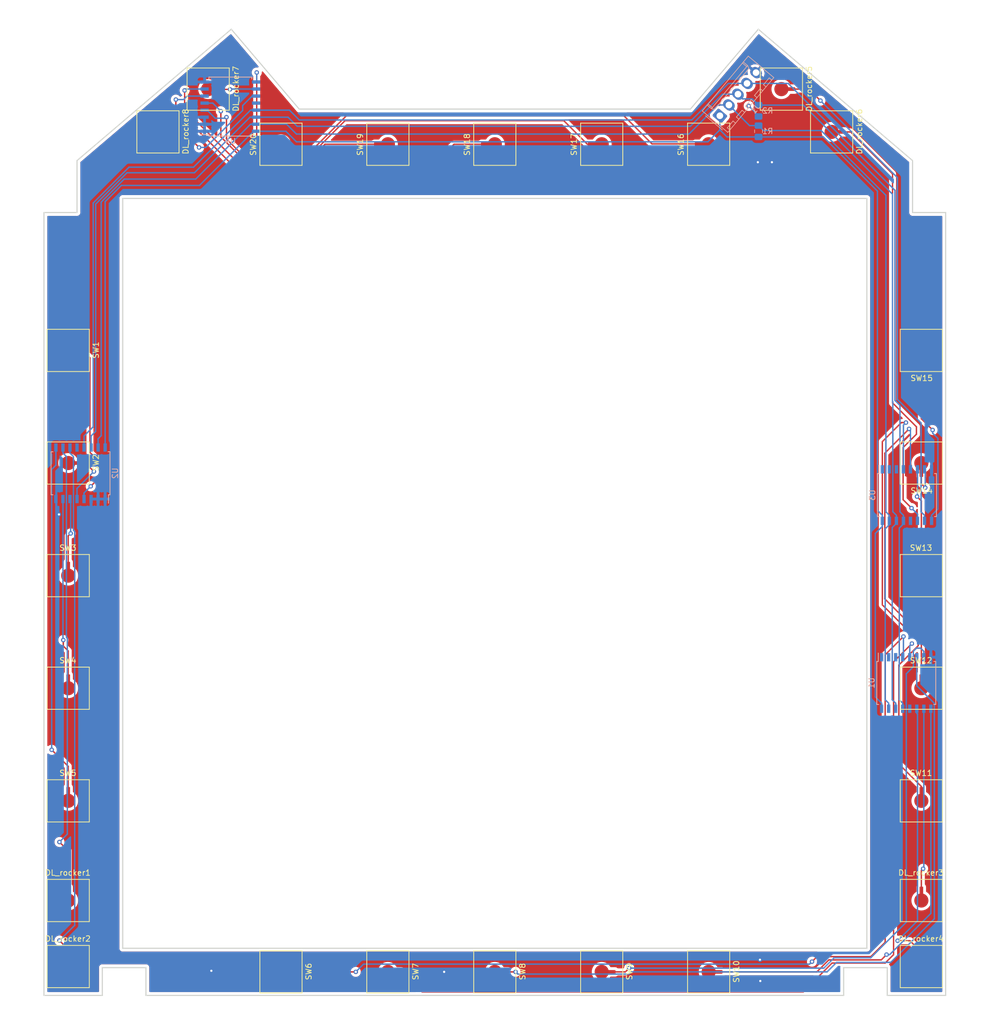
<source format=kicad_pcb>
(kicad_pcb (version 20171130) (host pcbnew "(5.0.1)-3")
  (layers (0 F.Cu signal) (31 B.Cu signal) (34 B.Paste user) (35 F.Paste user) (36 B.SilkS user) (37 F.SilkS user) (38 B.Mask user) (39 F.Mask user) (44 Edge.Cuts user))
  (net 0 "")
  (net 1 +5V)
  (net 2 SDA)
  (net 3 SCL)
  (net 4 IRQ)
  (net 5 GND)
  (net 6 "Net-(DL_rocker4-Pad1)")
  (net 7 "Net-(DL_rocker3-Pad1)")
  (net 8 "Net-(SW10-Pad1)")
  (net 9 "Net-(SW9-Pad1)")
  (net 10 "Net-(SW8-Pad1)")
  (net 11 "Net-(SW7-Pad1)")
  (net 12 "Net-(SW6-Pad1)")
  (net 13 "Net-(SW1-Pad1)")
  (net 14 "Net-(SW2-Pad1)")
  (net 15 "Net-(SW3-Pad1)")
  (net 16 "Net-(SW4-Pad1)")
  (net 17 "Net-(SW5-Pad1)")
  (net 18 "Net-(DL_rocker1-Pad1)")
  (net 19 "Net-(DL_rocker2-Pad1)")
  (net 20 "Net-(SW11-Pad1)")
  (net 21 "Net-(SW12-Pad1)")
  (net 22 "Net-(SW13-Pad1)")
  (net 23 "Net-(SW14-Pad1)")
  (net 24 "Net-(SW15-Pad1)")
  (net 25 "Net-(DL_rocker5-Pad1)")
  (net 26 "Net-(DL_rocker6-Pad1)")
  (net 27 "Net-(DL_rocker8-Pad1)")
  (net 28 "Net-(DL_rocker7-Pad1)")
  (net 29 "Net-(SW20-Pad1)")
  (net 30 "Net-(SW19-Pad1)")
  (net 31 "Net-(SW18-Pad1)")
  (net 32 "Net-(SW17-Pad1)")
  (net 33 "Net-(SW16-Pad1)")
  (module Connector_Molex:Molex_KK-254_AE-6410-05A_1x05_P2.54mm_Vertical (layer B.Cu) (at 137.414 34.417 50)
    (fp_text reference J1 (at 5.08 4.12 50) (layer B.SilkS) (effects (justify mirror)))
    (fp_text value ExpansionPort)
    (pad 1 thru_hole roundrect (at 0 0 50) (size 1.74 2.2) (drill 1.2) (layers *.Cu *.Mask) (roundrect_rratio 0.143678) (net 1 +5V))
    (pad 2 thru_hole oval (at 2.54 0 50) (size 1.74 2.2) (drill 1.2) (layers *.Cu *.Mask) (net 2 SDA))
    (pad 3 thru_hole oval (at 5.08 0 50) (size 1.74 2.2) (drill 1.2) (layers *.Cu *.Mask) (net 3 SCL))
    (pad 4 thru_hole oval (at 7.620001 0 50) (size 1.74 2.2) (drill 1.2) (layers *.Cu *.Mask) (net 4 IRQ))
    (pad 5 thru_hole oval (at 10.16 0 50) (size 1.74 2.2) (drill 1.2) (layers *.Cu *.Mask) (net 5 GND))
  )
  (module Resistor_SMD:R_0805_2012Metric_Pad1.15x1.40mm_HandSolder (layer B.Cu) (at 144.399 37.211 90)
    (fp_text reference R1 (at 0 1.65 -180) (layer B.SilkS) (effects (justify mirror)))
    (fp_text value 1k)
    (pad 2 smd roundrect (at 1.025 0 90) (size 1.15 1.4) (layers B.Cu B.Paste B.Mask) (roundrect_rratio 0.217391) (net 2 SDA))
    (pad 1 smd roundrect (at -1.025 0 90) (size 1.15 1.4) (layers B.Cu B.Paste B.Mask) (roundrect_rratio 0.217391) (net 1 +5V))
  )
  (module Resistor_SMD:R_0805_2012Metric_Pad1.15x1.40mm_HandSolder (layer B.Cu) (at 144.399 33.519 90)
    (fp_text reference R2 (at 0 1.65 -180) (layer B.SilkS) (effects (justify mirror)))
    (fp_text value 1k)
    (pad 1 smd roundrect (at -1.025 0 90) (size 1.15 1.4) (layers B.Cu B.Paste B.Mask) (roundrect_rratio 0.217391) (net 1 +5V))
    (pad 2 smd roundrect (at 1.025 0 90) (size 1.15 1.4) (layers B.Cu B.Paste B.Mask) (roundrect_rratio 0.217391) (net 3 SCL))
  )
  (module Package_SO:SOIC-16W_7.5x10.3mm_P1.27mm (layer B.Cu) (at 171.069 136.779 270)
    (fp_text reference U1 (at 0 6.25 270) (layer B.SilkS) (effects (justify mirror)))
    (fp_text value TCA9534)
    (pad 16 smd rect (at 4.65 4.445 270) (size 1.5 0.6) (layers B.Cu B.Paste B.Mask) (net 1 +5V))
    (pad 15 smd rect (at 4.65 3.175 270) (size 1.5 0.6) (layers B.Cu B.Paste B.Mask) (net 2 SDA))
    (pad 14 smd rect (at 4.65 1.905 270) (size 1.5 0.6) (layers B.Cu B.Paste B.Mask) (net 3 SCL))
    (pad 13 smd rect (at 4.65 0.635 270) (size 1.5 0.6) (layers B.Cu B.Paste B.Mask) (net 4 IRQ))
    (pad 12 smd rect (at 4.65 -0.635 270) (size 1.5 0.6) (layers B.Cu B.Paste B.Mask))
    (pad 11 smd rect (at 4.65 -1.905 270) (size 1.5 0.6) (layers B.Cu B.Paste B.Mask) (net 6 "Net-(DL_rocker4-Pad1)"))
    (pad 10 smd rect (at 4.65 -3.175 270) (size 1.5 0.6) (layers B.Cu B.Paste B.Mask) (net 7 "Net-(DL_rocker3-Pad1)"))
    (pad 9 smd rect (at 4.65 -4.445 270) (size 1.5 0.6) (layers B.Cu B.Paste B.Mask) (net 8 "Net-(SW10-Pad1)"))
    (pad 8 smd rect (at -4.65 -4.445 270) (size 1.5 0.6) (layers B.Cu B.Paste B.Mask) (net 5 GND))
    (pad 7 smd rect (at -4.65 -3.175 270) (size 1.5 0.6) (layers B.Cu B.Paste B.Mask) (net 9 "Net-(SW9-Pad1)"))
    (pad 6 smd rect (at -4.65 -1.905 270) (size 1.5 0.6) (layers B.Cu B.Paste B.Mask) (net 10 "Net-(SW8-Pad1)"))
    (pad 5 smd rect (at -4.65 -0.635 270) (size 1.5 0.6) (layers B.Cu B.Paste B.Mask) (net 11 "Net-(SW7-Pad1)"))
    (pad 4 smd rect (at -4.65 0.635 270) (size 1.5 0.6) (layers B.Cu B.Paste B.Mask) (net 12 "Net-(SW6-Pad1)"))
    (pad 3 smd rect (at -4.65 1.905 270) (size 1.5 0.6) (layers B.Cu B.Paste B.Mask) (net 5 GND))
    (pad 2 smd rect (at -4.65 3.175 270) (size 1.5 0.6) (layers B.Cu B.Paste B.Mask) (net 5 GND))
    (pad 1 smd rect (at -4.65 4.445 270) (size 1.5 0.6) (layers B.Cu B.Paste B.Mask) (net 5 GND))
  )
  (module Package_SO:SOIC-16W_7.5x10.3mm_P1.27mm (layer B.Cu) (at 21.971 98.933 90)
    (fp_text reference U2 (at 0 6.25 90) (layer B.SilkS) (effects (justify mirror)))
    (fp_text value TCA9534)
    (pad 1 smd rect (at -4.65 4.445 90) (size 1.5 0.6) (layers B.Cu B.Paste B.Mask) (net 5 GND))
    (pad 2 smd rect (at -4.65 3.175 90) (size 1.5 0.6) (layers B.Cu B.Paste B.Mask) (net 5 GND))
    (pad 3 smd rect (at -4.65 1.905 90) (size 1.5 0.6) (layers B.Cu B.Paste B.Mask) (net 5 GND))
    (pad 4 smd rect (at -4.65 0.635 90) (size 1.5 0.6) (layers B.Cu B.Paste B.Mask) (net 13 "Net-(SW1-Pad1)"))
    (pad 5 smd rect (at -4.65 -0.635 90) (size 1.5 0.6) (layers B.Cu B.Paste B.Mask) (net 14 "Net-(SW2-Pad1)"))
    (pad 6 smd rect (at -4.65 -1.905 90) (size 1.5 0.6) (layers B.Cu B.Paste B.Mask) (net 15 "Net-(SW3-Pad1)"))
    (pad 7 smd rect (at -4.65 -3.175 90) (size 1.5 0.6) (layers B.Cu B.Paste B.Mask) (net 16 "Net-(SW4-Pad1)"))
    (pad 8 smd rect (at -4.65 -4.445 90) (size 1.5 0.6) (layers B.Cu B.Paste B.Mask) (net 5 GND))
    (pad 9 smd rect (at 4.65 -4.445 90) (size 1.5 0.6) (layers B.Cu B.Paste B.Mask) (net 17 "Net-(SW5-Pad1)"))
    (pad 10 smd rect (at 4.65 -3.175 90) (size 1.5 0.6) (layers B.Cu B.Paste B.Mask) (net 18 "Net-(DL_rocker1-Pad1)"))
    (pad 11 smd rect (at 4.65 -1.905 90) (size 1.5 0.6) (layers B.Cu B.Paste B.Mask) (net 19 "Net-(DL_rocker2-Pad1)"))
    (pad 12 smd rect (at 4.65 -0.635 90) (size 1.5 0.6) (layers B.Cu B.Paste B.Mask))
    (pad 13 smd rect (at 4.65 0.635 90) (size 1.5 0.6) (layers B.Cu B.Paste B.Mask) (net 4 IRQ))
    (pad 14 smd rect (at 4.65 1.905 90) (size 1.5 0.6) (layers B.Cu B.Paste B.Mask) (net 3 SCL))
    (pad 15 smd rect (at 4.65 3.175 90) (size 1.5 0.6) (layers B.Cu B.Paste B.Mask) (net 2 SDA))
    (pad 16 smd rect (at 4.65 4.445 90) (size 1.5 0.6) (layers B.Cu B.Paste B.Mask) (net 1 +5V))
  )
  (module Package_SO:SOIC-16W_7.5x10.3mm_P1.27mm (layer B.Cu) (at 171.196 102.87 270)
    (fp_text reference U3 (at 0 6.25 270) (layer B.SilkS) (effects (justify mirror)))
    (fp_text value TCA9534)
    (pad 1 smd rect (at -4.65 4.445 270) (size 1.5 0.6) (layers B.Cu B.Paste B.Mask) (net 5 GND))
    (pad 2 smd rect (at -4.65 3.175 270) (size 1.5 0.6) (layers B.Cu B.Paste B.Mask) (net 5 GND))
    (pad 3 smd rect (at -4.65 1.905 270) (size 1.5 0.6) (layers B.Cu B.Paste B.Mask) (net 5 GND))
    (pad 4 smd rect (at -4.65 0.635 270) (size 1.5 0.6) (layers B.Cu B.Paste B.Mask) (net 20 "Net-(SW11-Pad1)"))
    (pad 5 smd rect (at -4.65 -0.635 270) (size 1.5 0.6) (layers B.Cu B.Paste B.Mask) (net 21 "Net-(SW12-Pad1)"))
    (pad 6 smd rect (at -4.65 -1.905 270) (size 1.5 0.6) (layers B.Cu B.Paste B.Mask) (net 22 "Net-(SW13-Pad1)"))
    (pad 7 smd rect (at -4.65 -3.175 270) (size 1.5 0.6) (layers B.Cu B.Paste B.Mask) (net 23 "Net-(SW14-Pad1)"))
    (pad 8 smd rect (at -4.65 -4.445 270) (size 1.5 0.6) (layers B.Cu B.Paste B.Mask) (net 5 GND))
    (pad 9 smd rect (at 4.65 -4.445 270) (size 1.5 0.6) (layers B.Cu B.Paste B.Mask) (net 24 "Net-(SW15-Pad1)"))
    (pad 10 smd rect (at 4.65 -3.175 270) (size 1.5 0.6) (layers B.Cu B.Paste B.Mask) (net 25 "Net-(DL_rocker5-Pad1)"))
    (pad 11 smd rect (at 4.65 -1.905 270) (size 1.5 0.6) (layers B.Cu B.Paste B.Mask) (net 26 "Net-(DL_rocker6-Pad1)"))
    (pad 12 smd rect (at 4.65 -0.635 270) (size 1.5 0.6) (layers B.Cu B.Paste B.Mask))
    (pad 13 smd rect (at 4.65 0.635 270) (size 1.5 0.6) (layers B.Cu B.Paste B.Mask) (net 4 IRQ))
    (pad 14 smd rect (at 4.65 1.905 270) (size 1.5 0.6) (layers B.Cu B.Paste B.Mask) (net 3 SCL))
    (pad 15 smd rect (at 4.65 3.175 270) (size 1.5 0.6) (layers B.Cu B.Paste B.Mask) (net 2 SDA))
    (pad 16 smd rect (at 4.65 4.445 270) (size 1.5 0.6) (layers B.Cu B.Paste B.Mask) (net 1 +5V))
  )
  (module Package_SO:SOIC-16W_7.5x10.3mm_P1.27mm (layer B.Cu) (at 49.022 32.766)
    (fp_text reference U4 (at 0 6.25) (layer B.SilkS) (effects (justify mirror)))
    (fp_text value TCA9534)
    (pad 16 smd rect (at 4.65 4.445) (size 1.5 0.6) (layers B.Cu B.Paste B.Mask) (net 1 +5V))
    (pad 15 smd rect (at 4.65 3.175) (size 1.5 0.6) (layers B.Cu B.Paste B.Mask) (net 2 SDA))
    (pad 14 smd rect (at 4.65 1.905) (size 1.5 0.6) (layers B.Cu B.Paste B.Mask) (net 3 SCL))
    (pad 13 smd rect (at 4.65 0.635) (size 1.5 0.6) (layers B.Cu B.Paste B.Mask) (net 4 IRQ))
    (pad 12 smd rect (at 4.65 -0.635) (size 1.5 0.6) (layers B.Cu B.Paste B.Mask))
    (pad 11 smd rect (at 4.65 -1.905) (size 1.5 0.6) (layers B.Cu B.Paste B.Mask) (net 27 "Net-(DL_rocker8-Pad1)"))
    (pad 10 smd rect (at 4.65 -3.175) (size 1.5 0.6) (layers B.Cu B.Paste B.Mask) (net 28 "Net-(DL_rocker7-Pad1)"))
    (pad 9 smd rect (at 4.65 -4.445) (size 1.5 0.6) (layers B.Cu B.Paste B.Mask) (net 29 "Net-(SW20-Pad1)"))
    (pad 8 smd rect (at -4.65 -4.445) (size 1.5 0.6) (layers B.Cu B.Paste B.Mask) (net 5 GND))
    (pad 7 smd rect (at -4.65 -3.175) (size 1.5 0.6) (layers B.Cu B.Paste B.Mask) (net 30 "Net-(SW19-Pad1)"))
    (pad 6 smd rect (at -4.65 -1.905) (size 1.5 0.6) (layers B.Cu B.Paste B.Mask) (net 31 "Net-(SW18-Pad1)"))
    (pad 5 smd rect (at -4.65 -0.635) (size 1.5 0.6) (layers B.Cu B.Paste B.Mask) (net 32 "Net-(SW17-Pad1)"))
    (pad 4 smd rect (at -4.65 0.635) (size 1.5 0.6) (layers B.Cu B.Paste B.Mask) (net 33 "Net-(SW16-Pad1)"))
    (pad 3 smd rect (at -4.65 1.905) (size 1.5 0.6) (layers B.Cu B.Paste B.Mask) (net 5 GND))
    (pad 2 smd rect (at -4.65 3.175) (size 1.5 0.6) (layers B.Cu B.Paste B.Mask) (net 5 GND))
    (pad 1 smd rect (at -4.65 4.445) (size 1.5 0.6) (layers B.Cu B.Paste B.Mask) (net 5 GND))
  )
  (module "KiCAD Libraries:SWITCH_SNAP_DOME_6.3mm_DIA_SINGLE_SIDE_PCB" (layer F.Cu) (at 19.747 176.037 90)
    (fp_text reference DL_rocker1 (at 5.008 -0.056 180) (layer F.SilkS))
    (fp_text value SW_Push)
    (pad 2 smd custom (at 2.4 -1.6 90) (size 1.09 0.608) (layers F.Cu F.Paste F.Mask) (net 5 GND) (options (clearance outline) (anchor rect)) (primitives (gr_poly (pts (xy 0.4956 0.2284) (xy 0.4956 -0.2796) (xy -0.114 -1.2956) (xy -4.7368 -1.2956) (xy -5.2956 -0.3304) (xy -5.2956 3.4796) (xy -4.686 4.4956) (xy -0.114 4.4956) (xy 0.4956 3.4796) (xy 0.4956 2.9716) (xy -0.4696 2.9716) (xy -0.4696 3.5304) (xy -4.3304 3.5304) (xy -4.3304 -0.3304) (xy -0.4696 -0.3304) (xy -0.4696 0.2284)) (width 0.15))))
    (pad 1 smd custom (at 1.25 0 90) (size 2.45 0.64) (layers F.Cu F.Paste F.Mask) (net 18 "Net-(DL_rocker1-Pad1)") (options (clearance outline) (anchor rect)) (primitives (gr_line (start 1.163 0.254) (end -0.107 0.254) (width 0.15)) (gr_line (start -0.107 0.254) (end -0.107 -0.254) (width 0.15)) (gr_line (start -0.107 -0.254) (end 1.163 -0.254) (width 0.15)) (gr_line (start 1.163 -0.254) (end 1.163 0.254) (width 0.15)) (gr_poly (pts (xy 0.02 -0.254) (xy 1.163 -0.254) (xy 1.163 0.254) (xy 0.02 0.254)) (width 0.15)) (gr_circle (center -1.25 0) (end -0.045172 0) (width 0.15)) (gr_poly (pts (xy -1.25 -1.143) (xy -0.488 -0.889) (xy -0.107 -0.254) (xy -0.234 0.508) (xy -0.742 1.016) (xy -1.377 1.143) (xy -2.012 0.889) (xy -2.266 0.381) (xy -2.393 -0.127) (xy -2.139 -0.762) (xy -1.631 -1.016)) (width 0.15))))
  )
  (module "KiCAD Libraries:SWITCH_SNAP_DOME_6.3mm_DIA_SINGLE_SIDE_PCB" (layer F.Cu) (at 19.747 187.947 90)
    (fp_text reference DL_rocker2 (at 5.008 -0.056 180) (layer F.SilkS))
    (fp_text value SW_Push)
    (pad 1 smd custom (at 1.25 0 90) (size 2.45 0.64) (layers F.Cu F.Paste F.Mask) (net 19 "Net-(DL_rocker2-Pad1)") (options (clearance outline) (anchor rect)) (primitives (gr_line (start 1.163 0.254) (end -0.107 0.254) (width 0.15)) (gr_line (start -0.107 0.254) (end -0.107 -0.254) (width 0.15)) (gr_line (start -0.107 -0.254) (end 1.163 -0.254) (width 0.15)) (gr_line (start 1.163 -0.254) (end 1.163 0.254) (width 0.15)) (gr_poly (pts (xy 0.02 -0.254) (xy 1.163 -0.254) (xy 1.163 0.254) (xy 0.02 0.254)) (width 0.15)) (gr_circle (center -1.25 0) (end -0.045172 0) (width 0.15)) (gr_poly (pts (xy -1.25 -1.143) (xy -0.488 -0.889) (xy -0.107 -0.254) (xy -0.234 0.508) (xy -0.742 1.016) (xy -1.377 1.143) (xy -2.012 0.889) (xy -2.266 0.381) (xy -2.393 -0.127) (xy -2.139 -0.762) (xy -1.631 -1.016)) (width 0.15))))
    (pad 2 smd custom (at 2.4 -1.6 90) (size 1.09 0.608) (layers F.Cu F.Paste F.Mask) (net 5 GND) (options (clearance outline) (anchor rect)) (primitives (gr_poly (pts (xy 0.4956 0.2284) (xy 0.4956 -0.2796) (xy -0.114 -1.2956) (xy -4.7368 -1.2956) (xy -5.2956 -0.3304) (xy -5.2956 3.4796) (xy -4.686 4.4956) (xy -0.114 4.4956) (xy 0.4956 3.4796) (xy 0.4956 2.9716) (xy -0.4696 2.9716) (xy -0.4696 3.5304) (xy -4.3304 3.5304) (xy -4.3304 -0.3304) (xy -0.4696 -0.3304) (xy -0.4696 0.2284)) (width 0.15))))
  )
  (module "KiCAD Libraries:SWITCH_SNAP_DOME_6.3mm_DIA_SINGLE_SIDE_PCB" (layer F.Cu) (at 173.797 176.037 90)
    (fp_text reference DL_rocker3 (at 5.008 -0.056 180) (layer F.SilkS))
    (fp_text value SW_Push)
    (pad 2 smd custom (at 2.4 -1.6 90) (size 1.09 0.608) (layers F.Cu F.Paste F.Mask) (net 5 GND) (options (clearance outline) (anchor rect)) (primitives (gr_poly (pts (xy 0.4956 0.2284) (xy 0.4956 -0.2796) (xy -0.114 -1.2956) (xy -4.7368 -1.2956) (xy -5.2956 -0.3304) (xy -5.2956 3.4796) (xy -4.686 4.4956) (xy -0.114 4.4956) (xy 0.4956 3.4796) (xy 0.4956 2.9716) (xy -0.4696 2.9716) (xy -0.4696 3.5304) (xy -4.3304 3.5304) (xy -4.3304 -0.3304) (xy -0.4696 -0.3304) (xy -0.4696 0.2284)) (width 0.15))))
    (pad 1 smd custom (at 1.25 0 90) (size 2.45 0.64) (layers F.Cu F.Paste F.Mask) (net 7 "Net-(DL_rocker3-Pad1)") (options (clearance outline) (anchor rect)) (primitives (gr_line (start 1.163 0.254) (end -0.107 0.254) (width 0.15)) (gr_line (start -0.107 0.254) (end -0.107 -0.254) (width 0.15)) (gr_line (start -0.107 -0.254) (end 1.163 -0.254) (width 0.15)) (gr_line (start 1.163 -0.254) (end 1.163 0.254) (width 0.15)) (gr_poly (pts (xy 0.02 -0.254) (xy 1.163 -0.254) (xy 1.163 0.254) (xy 0.02 0.254)) (width 0.15)) (gr_circle (center -1.25 0) (end -0.045172 0) (width 0.15)) (gr_poly (pts (xy -1.25 -1.143) (xy -0.488 -0.889) (xy -0.107 -0.254) (xy -0.234 0.508) (xy -0.742 1.016) (xy -1.377 1.143) (xy -2.012 0.889) (xy -2.266 0.381) (xy -2.393 -0.127) (xy -2.139 -0.762) (xy -1.631 -1.016)) (width 0.15))))
  )
  (module "KiCAD Libraries:SWITCH_SNAP_DOME_6.3mm_DIA_SINGLE_SIDE_PCB" (layer F.Cu) (at 173.797 187.947 90)
    (fp_text reference DL_rocker4 (at 5.008 -0.056 180) (layer F.SilkS))
    (fp_text value SW_Push)
    (pad 1 smd custom (at 1.25 0 90) (size 2.45 0.64) (layers F.Cu F.Paste F.Mask) (net 6 "Net-(DL_rocker4-Pad1)") (options (clearance outline) (anchor rect)) (primitives (gr_line (start 1.163 0.254) (end -0.107 0.254) (width 0.15)) (gr_line (start -0.107 0.254) (end -0.107 -0.254) (width 0.15)) (gr_line (start -0.107 -0.254) (end 1.163 -0.254) (width 0.15)) (gr_line (start 1.163 -0.254) (end 1.163 0.254) (width 0.15)) (gr_poly (pts (xy 0.02 -0.254) (xy 1.163 -0.254) (xy 1.163 0.254) (xy 0.02 0.254)) (width 0.15)) (gr_circle (center -1.25 0) (end -0.045172 0) (width 0.15)) (gr_poly (pts (xy -1.25 -1.143) (xy -0.488 -0.889) (xy -0.107 -0.254) (xy -0.234 0.508) (xy -0.742 1.016) (xy -1.377 1.143) (xy -2.012 0.889) (xy -2.266 0.381) (xy -2.393 -0.127) (xy -2.139 -0.762) (xy -1.631 -1.016)) (width 0.15))))
    (pad 2 smd custom (at 2.4 -1.6 90) (size 1.09 0.608) (layers F.Cu F.Paste F.Mask) (net 5 GND) (options (clearance outline) (anchor rect)) (primitives (gr_poly (pts (xy 0.4956 0.2284) (xy 0.4956 -0.2796) (xy -0.114 -1.2956) (xy -4.7368 -1.2956) (xy -5.2956 -0.3304) (xy -5.2956 3.4796) (xy -4.686 4.4956) (xy -0.114 4.4956) (xy 0.4956 3.4796) (xy 0.4956 2.9716) (xy -0.4696 2.9716) (xy -0.4696 3.5304) (xy -4.3304 3.5304) (xy -4.3304 -0.3304) (xy -0.4696 -0.3304) (xy -0.4696 0.2284)) (width 0.15))))
  )
  (module "KiCAD Libraries:SWITCH_SNAP_DOME_6.3mm_DIA_SINGLE_SIDE_PCB" (layer F.Cu) (at 148.527 29.607)
    (fp_text reference DL_rocker5 (at 5.008 -0.056 90) (layer F.SilkS))
    (fp_text value SW_Push)
    (pad 1 smd custom (at 1.25 0) (size 2.45 0.64) (layers F.Cu F.Paste F.Mask) (net 25 "Net-(DL_rocker5-Pad1)") (options (clearance outline) (anchor rect)) (primitives (gr_line (start 1.163 0.254) (end -0.107 0.254) (width 0.15)) (gr_line (start -0.107 0.254) (end -0.107 -0.254) (width 0.15)) (gr_line (start -0.107 -0.254) (end 1.163 -0.254) (width 0.15)) (gr_line (start 1.163 -0.254) (end 1.163 0.254) (width 0.15)) (gr_poly (pts (xy 0.02 -0.254) (xy 1.163 -0.254) (xy 1.163 0.254) (xy 0.02 0.254)) (width 0.15)) (gr_circle (center -1.25 0) (end -0.045172 0) (width 0.15)) (gr_poly (pts (xy -1.25 -1.143) (xy -0.488 -0.889) (xy -0.107 -0.254) (xy -0.234 0.508) (xy -0.742 1.016) (xy -1.377 1.143) (xy -2.012 0.889) (xy -2.266 0.381) (xy -2.393 -0.127) (xy -2.139 -0.762) (xy -1.631 -1.016)) (width 0.15))))
    (pad 2 smd custom (at 2.4 -1.6) (size 1.09 0.608) (layers F.Cu F.Paste F.Mask) (net 5 GND) (options (clearance outline) (anchor rect)) (primitives (gr_poly (pts (xy 0.4956 0.2284) (xy 0.4956 -0.2796) (xy -0.114 -1.2956) (xy -4.7368 -1.2956) (xy -5.2956 -0.3304) (xy -5.2956 3.4796) (xy -4.686 4.4956) (xy -0.114 4.4956) (xy 0.4956 3.4796) (xy 0.4956 2.9716) (xy -0.4696 2.9716) (xy -0.4696 3.5304) (xy -4.3304 3.5304) (xy -4.3304 -0.3304) (xy -0.4696 -0.3304) (xy -0.4696 0.2284)) (width 0.15))))
  )
  (module "KiCAD Libraries:SWITCH_SNAP_DOME_6.3mm_DIA_SINGLE_SIDE_PCB" (layer F.Cu) (at 157.597 37.327)
    (fp_text reference DL_rocker6 (at 5.008 -0.056 90) (layer F.SilkS))
    (fp_text value SW_Push)
    (pad 2 smd custom (at 2.4 -1.6) (size 1.09 0.608) (layers F.Cu F.Paste F.Mask) (net 5 GND) (options (clearance outline) (anchor rect)) (primitives (gr_poly (pts (xy 0.4956 0.2284) (xy 0.4956 -0.2796) (xy -0.114 -1.2956) (xy -4.7368 -1.2956) (xy -5.2956 -0.3304) (xy -5.2956 3.4796) (xy -4.686 4.4956) (xy -0.114 4.4956) (xy 0.4956 3.4796) (xy 0.4956 2.9716) (xy -0.4696 2.9716) (xy -0.4696 3.5304) (xy -4.3304 3.5304) (xy -4.3304 -0.3304) (xy -0.4696 -0.3304) (xy -0.4696 0.2284)) (width 0.15))))
    (pad 1 smd custom (at 1.25 0) (size 2.45 0.64) (layers F.Cu F.Paste F.Mask) (net 26 "Net-(DL_rocker6-Pad1)") (options (clearance outline) (anchor rect)) (primitives (gr_line (start 1.163 0.254) (end -0.107 0.254) (width 0.15)) (gr_line (start -0.107 0.254) (end -0.107 -0.254) (width 0.15)) (gr_line (start -0.107 -0.254) (end 1.163 -0.254) (width 0.15)) (gr_line (start 1.163 -0.254) (end 1.163 0.254) (width 0.15)) (gr_poly (pts (xy 0.02 -0.254) (xy 1.163 -0.254) (xy 1.163 0.254) (xy 0.02 0.254)) (width 0.15)) (gr_circle (center -1.25 0) (end -0.045172 0) (width 0.15)) (gr_poly (pts (xy -1.25 -1.143) (xy -0.488 -0.889) (xy -0.107 -0.254) (xy -0.234 0.508) (xy -0.742 1.016) (xy -1.377 1.143) (xy -2.012 0.889) (xy -2.266 0.381) (xy -2.393 -0.127) (xy -2.139 -0.762) (xy -1.631 -1.016)) (width 0.15))))
  )
  (module "KiCAD Libraries:SWITCH_SNAP_DOME_6.3mm_DIA_SINGLE_SIDE_PCB" (layer F.Cu) (at 45.017 29.607)
    (fp_text reference DL_rocker7 (at 5.008 -0.056 90) (layer F.SilkS))
    (fp_text value SW_Push)
    (pad 1 smd custom (at 1.25 0) (size 2.45 0.64) (layers F.Cu F.Paste F.Mask) (net 28 "Net-(DL_rocker7-Pad1)") (options (clearance outline) (anchor rect)) (primitives (gr_line (start 1.163 0.254) (end -0.107 0.254) (width 0.15)) (gr_line (start -0.107 0.254) (end -0.107 -0.254) (width 0.15)) (gr_line (start -0.107 -0.254) (end 1.163 -0.254) (width 0.15)) (gr_line (start 1.163 -0.254) (end 1.163 0.254) (width 0.15)) (gr_poly (pts (xy 0.02 -0.254) (xy 1.163 -0.254) (xy 1.163 0.254) (xy 0.02 0.254)) (width 0.15)) (gr_circle (center -1.25 0) (end -0.045172 0) (width 0.15)) (gr_poly (pts (xy -1.25 -1.143) (xy -0.488 -0.889) (xy -0.107 -0.254) (xy -0.234 0.508) (xy -0.742 1.016) (xy -1.377 1.143) (xy -2.012 0.889) (xy -2.266 0.381) (xy -2.393 -0.127) (xy -2.139 -0.762) (xy -1.631 -1.016)) (width 0.15))))
    (pad 2 smd custom (at 2.4 -1.6) (size 1.09 0.608) (layers F.Cu F.Paste F.Mask) (net 5 GND) (options (clearance outline) (anchor rect)) (primitives (gr_poly (pts (xy 0.4956 0.2284) (xy 0.4956 -0.2796) (xy -0.114 -1.2956) (xy -4.7368 -1.2956) (xy -5.2956 -0.3304) (xy -5.2956 3.4796) (xy -4.686 4.4956) (xy -0.114 4.4956) (xy 0.4956 3.4796) (xy 0.4956 2.9716) (xy -0.4696 2.9716) (xy -0.4696 3.5304) (xy -4.3304 3.5304) (xy -4.3304 -0.3304) (xy -0.4696 -0.3304) (xy -0.4696 0.2284)) (width 0.15))))
  )
  (module "KiCAD Libraries:SWITCH_SNAP_DOME_6.3mm_DIA_SINGLE_SIDE_PCB" (layer F.Cu) (at 35.947 37.327)
    (fp_text reference DL_rocker8 (at 5.008 -0.056 90) (layer F.SilkS))
    (fp_text value SW_Push)
    (pad 2 smd custom (at 2.4 -1.6) (size 1.09 0.608) (layers F.Cu F.Paste F.Mask) (net 5 GND) (options (clearance outline) (anchor rect)) (primitives (gr_poly (pts (xy 0.4956 0.2284) (xy 0.4956 -0.2796) (xy -0.114 -1.2956) (xy -4.7368 -1.2956) (xy -5.2956 -0.3304) (xy -5.2956 3.4796) (xy -4.686 4.4956) (xy -0.114 4.4956) (xy 0.4956 3.4796) (xy 0.4956 2.9716) (xy -0.4696 2.9716) (xy -0.4696 3.5304) (xy -4.3304 3.5304) (xy -4.3304 -0.3304) (xy -0.4696 -0.3304) (xy -0.4696 0.2284)) (width 0.15))))
    (pad 1 smd custom (at 1.25 0) (size 2.45 0.64) (layers F.Cu F.Paste F.Mask) (net 27 "Net-(DL_rocker8-Pad1)") (options (clearance outline) (anchor rect)) (primitives (gr_line (start 1.163 0.254) (end -0.107 0.254) (width 0.15)) (gr_line (start -0.107 0.254) (end -0.107 -0.254) (width 0.15)) (gr_line (start -0.107 -0.254) (end 1.163 -0.254) (width 0.15)) (gr_line (start 1.163 -0.254) (end 1.163 0.254) (width 0.15)) (gr_poly (pts (xy 0.02 -0.254) (xy 1.163 -0.254) (xy 1.163 0.254) (xy 0.02 0.254)) (width 0.15)) (gr_circle (center -1.25 0) (end -0.045172 0) (width 0.15)) (gr_poly (pts (xy -1.25 -1.143) (xy -0.488 -0.889) (xy -0.107 -0.254) (xy -0.234 0.508) (xy -0.742 1.016) (xy -1.377 1.143) (xy -2.012 0.889) (xy -2.266 0.381) (xy -2.393 -0.127) (xy -2.139 -0.762) (xy -1.631 -1.016)) (width 0.15))))
  )
  (module "KiCAD Libraries:SWITCH_SNAP_DOME_6.3mm_DIA_SINGLE_SIDE_PCB" (layer F.Cu) (at 19.747 76.767)
    (fp_text reference SW1 (at 5.008 -0.056 90) (layer F.SilkS))
    (fp_text value SW_Push)
    (pad 2 smd custom (at 2.4 -1.6) (size 1.09 0.608) (layers F.Cu F.Paste F.Mask) (net 5 GND) (options (clearance outline) (anchor rect)) (primitives (gr_poly (pts (xy 0.4956 0.2284) (xy 0.4956 -0.2796) (xy -0.114 -1.2956) (xy -4.7368 -1.2956) (xy -5.2956 -0.3304) (xy -5.2956 3.4796) (xy -4.686 4.4956) (xy -0.114 4.4956) (xy 0.4956 3.4796) (xy 0.4956 2.9716) (xy -0.4696 2.9716) (xy -0.4696 3.5304) (xy -4.3304 3.5304) (xy -4.3304 -0.3304) (xy -0.4696 -0.3304) (xy -0.4696 0.2284)) (width 0.15))))
    (pad 1 smd custom (at 1.25 0) (size 2.45 0.64) (layers F.Cu F.Paste F.Mask) (net 13 "Net-(SW1-Pad1)") (options (clearance outline) (anchor rect)) (primitives (gr_line (start 1.163 0.254) (end -0.107 0.254) (width 0.15)) (gr_line (start -0.107 0.254) (end -0.107 -0.254) (width 0.15)) (gr_line (start -0.107 -0.254) (end 1.163 -0.254) (width 0.15)) (gr_line (start 1.163 -0.254) (end 1.163 0.254) (width 0.15)) (gr_poly (pts (xy 0.02 -0.254) (xy 1.163 -0.254) (xy 1.163 0.254) (xy 0.02 0.254)) (width 0.15)) (gr_circle (center -1.25 0) (end -0.045172 0) (width 0.15)) (gr_poly (pts (xy -1.25 -1.143) (xy -0.488 -0.889) (xy -0.107 -0.254) (xy -0.234 0.508) (xy -0.742 1.016) (xy -1.377 1.143) (xy -2.012 0.889) (xy -2.266 0.381) (xy -2.393 -0.127) (xy -2.139 -0.762) (xy -1.631 -1.016)) (width 0.15))))
  )
  (module "KiCAD Libraries:SWITCH_SNAP_DOME_6.3mm_DIA_SINGLE_SIDE_PCB" (layer F.Cu) (at 19.747 97.087)
    (fp_text reference SW2 (at 5.008 -0.056 90) (layer F.SilkS))
    (fp_text value SW_Push)
    (pad 1 smd custom (at 1.25 0) (size 2.45 0.64) (layers F.Cu F.Paste F.Mask) (net 14 "Net-(SW2-Pad1)") (options (clearance outline) (anchor rect)) (primitives (gr_line (start 1.163 0.254) (end -0.107 0.254) (width 0.15)) (gr_line (start -0.107 0.254) (end -0.107 -0.254) (width 0.15)) (gr_line (start -0.107 -0.254) (end 1.163 -0.254) (width 0.15)) (gr_line (start 1.163 -0.254) (end 1.163 0.254) (width 0.15)) (gr_poly (pts (xy 0.02 -0.254) (xy 1.163 -0.254) (xy 1.163 0.254) (xy 0.02 0.254)) (width 0.15)) (gr_circle (center -1.25 0) (end -0.045172 0) (width 0.15)) (gr_poly (pts (xy -1.25 -1.143) (xy -0.488 -0.889) (xy -0.107 -0.254) (xy -0.234 0.508) (xy -0.742 1.016) (xy -1.377 1.143) (xy -2.012 0.889) (xy -2.266 0.381) (xy -2.393 -0.127) (xy -2.139 -0.762) (xy -1.631 -1.016)) (width 0.15))))
    (pad 2 smd custom (at 2.4 -1.6) (size 1.09 0.608) (layers F.Cu F.Paste F.Mask) (net 5 GND) (options (clearance outline) (anchor rect)) (primitives (gr_poly (pts (xy 0.4956 0.2284) (xy 0.4956 -0.2796) (xy -0.114 -1.2956) (xy -4.7368 -1.2956) (xy -5.2956 -0.3304) (xy -5.2956 3.4796) (xy -4.686 4.4956) (xy -0.114 4.4956) (xy 0.4956 3.4796) (xy 0.4956 2.9716) (xy -0.4696 2.9716) (xy -0.4696 3.5304) (xy -4.3304 3.5304) (xy -4.3304 -0.3304) (xy -0.4696 -0.3304) (xy -0.4696 0.2284)) (width 0.15))))
  )
  (module "KiCAD Libraries:SWITCH_SNAP_DOME_6.3mm_DIA_SINGLE_SIDE_PCB" (layer F.Cu) (at 19.747 117.407 90)
    (fp_text reference SW3 (at 5.008 -0.056 180) (layer F.SilkS))
    (fp_text value SW_Push)
    (pad 1 smd custom (at 1.25 0 90) (size 2.45 0.64) (layers F.Cu F.Paste F.Mask) (net 15 "Net-(SW3-Pad1)") (options (clearance outline) (anchor rect)) (primitives (gr_line (start 1.163 0.254) (end -0.107 0.254) (width 0.15)) (gr_line (start -0.107 0.254) (end -0.107 -0.254) (width 0.15)) (gr_line (start -0.107 -0.254) (end 1.163 -0.254) (width 0.15)) (gr_line (start 1.163 -0.254) (end 1.163 0.254) (width 0.15)) (gr_poly (pts (xy 0.02 -0.254) (xy 1.163 -0.254) (xy 1.163 0.254) (xy 0.02 0.254)) (width 0.15)) (gr_circle (center -1.25 0) (end -0.045172 0) (width 0.15)) (gr_poly (pts (xy -1.25 -1.143) (xy -0.488 -0.889) (xy -0.107 -0.254) (xy -0.234 0.508) (xy -0.742 1.016) (xy -1.377 1.143) (xy -2.012 0.889) (xy -2.266 0.381) (xy -2.393 -0.127) (xy -2.139 -0.762) (xy -1.631 -1.016)) (width 0.15))))
    (pad 2 smd custom (at 2.4 -1.6 90) (size 1.09 0.608) (layers F.Cu F.Paste F.Mask) (net 5 GND) (options (clearance outline) (anchor rect)) (primitives (gr_poly (pts (xy 0.4956 0.2284) (xy 0.4956 -0.2796) (xy -0.114 -1.2956) (xy -4.7368 -1.2956) (xy -5.2956 -0.3304) (xy -5.2956 3.4796) (xy -4.686 4.4956) (xy -0.114 4.4956) (xy 0.4956 3.4796) (xy 0.4956 2.9716) (xy -0.4696 2.9716) (xy -0.4696 3.5304) (xy -4.3304 3.5304) (xy -4.3304 -0.3304) (xy -0.4696 -0.3304) (xy -0.4696 0.2284)) (width 0.15))))
  )
  (module "KiCAD Libraries:SWITCH_SNAP_DOME_6.3mm_DIA_SINGLE_SIDE_PCB" (layer F.Cu) (at 19.747 137.727 90)
    (fp_text reference SW4 (at 5.008 -0.056 180) (layer F.SilkS))
    (fp_text value SW_Push)
    (pad 2 smd custom (at 2.4 -1.6 90) (size 1.09 0.608) (layers F.Cu F.Paste F.Mask) (net 5 GND) (options (clearance outline) (anchor rect)) (primitives (gr_poly (pts (xy 0.4956 0.2284) (xy 0.4956 -0.2796) (xy -0.114 -1.2956) (xy -4.7368 -1.2956) (xy -5.2956 -0.3304) (xy -5.2956 3.4796) (xy -4.686 4.4956) (xy -0.114 4.4956) (xy 0.4956 3.4796) (xy 0.4956 2.9716) (xy -0.4696 2.9716) (xy -0.4696 3.5304) (xy -4.3304 3.5304) (xy -4.3304 -0.3304) (xy -0.4696 -0.3304) (xy -0.4696 0.2284)) (width 0.15))))
    (pad 1 smd custom (at 1.25 0 90) (size 2.45 0.64) (layers F.Cu F.Paste F.Mask) (net 16 "Net-(SW4-Pad1)") (options (clearance outline) (anchor rect)) (primitives (gr_line (start 1.163 0.254) (end -0.107 0.254) (width 0.15)) (gr_line (start -0.107 0.254) (end -0.107 -0.254) (width 0.15)) (gr_line (start -0.107 -0.254) (end 1.163 -0.254) (width 0.15)) (gr_line (start 1.163 -0.254) (end 1.163 0.254) (width 0.15)) (gr_poly (pts (xy 0.02 -0.254) (xy 1.163 -0.254) (xy 1.163 0.254) (xy 0.02 0.254)) (width 0.15)) (gr_circle (center -1.25 0) (end -0.045172 0) (width 0.15)) (gr_poly (pts (xy -1.25 -1.143) (xy -0.488 -0.889) (xy -0.107 -0.254) (xy -0.234 0.508) (xy -0.742 1.016) (xy -1.377 1.143) (xy -2.012 0.889) (xy -2.266 0.381) (xy -2.393 -0.127) (xy -2.139 -0.762) (xy -1.631 -1.016)) (width 0.15))))
  )
  (module "KiCAD Libraries:SWITCH_SNAP_DOME_6.3mm_DIA_SINGLE_SIDE_PCB" (layer F.Cu) (at 19.747 158.047 90)
    (fp_text reference SW5 (at 5.008 -0.056 180) (layer F.SilkS))
    (fp_text value SW_Push)
    (pad 2 smd custom (at 2.4 -1.6 90) (size 1.09 0.608) (layers F.Cu F.Paste F.Mask) (net 5 GND) (options (clearance outline) (anchor rect)) (primitives (gr_poly (pts (xy 0.4956 0.2284) (xy 0.4956 -0.2796) (xy -0.114 -1.2956) (xy -4.7368 -1.2956) (xy -5.2956 -0.3304) (xy -5.2956 3.4796) (xy -4.686 4.4956) (xy -0.114 4.4956) (xy 0.4956 3.4796) (xy 0.4956 2.9716) (xy -0.4696 2.9716) (xy -0.4696 3.5304) (xy -4.3304 3.5304) (xy -4.3304 -0.3304) (xy -0.4696 -0.3304) (xy -0.4696 0.2284)) (width 0.15))))
    (pad 1 smd custom (at 1.25 0 90) (size 2.45 0.64) (layers F.Cu F.Paste F.Mask) (net 17 "Net-(SW5-Pad1)") (options (clearance outline) (anchor rect)) (primitives (gr_line (start 1.163 0.254) (end -0.107 0.254) (width 0.15)) (gr_line (start -0.107 0.254) (end -0.107 -0.254) (width 0.15)) (gr_line (start -0.107 -0.254) (end 1.163 -0.254) (width 0.15)) (gr_line (start 1.163 -0.254) (end 1.163 0.254) (width 0.15)) (gr_poly (pts (xy 0.02 -0.254) (xy 1.163 -0.254) (xy 1.163 0.254) (xy 0.02 0.254)) (width 0.15)) (gr_circle (center -1.25 0) (end -0.045172 0) (width 0.15)) (gr_poly (pts (xy -1.25 -1.143) (xy -0.488 -0.889) (xy -0.107 -0.254) (xy -0.234 0.508) (xy -0.742 1.016) (xy -1.377 1.143) (xy -2.012 0.889) (xy -2.266 0.381) (xy -2.393 -0.127) (xy -2.139 -0.762) (xy -1.631 -1.016)) (width 0.15))))
  )
  (module "KiCAD Libraries:SWITCH_SNAP_DOME_6.3mm_DIA_SINGLE_SIDE_PCB" (layer F.Cu) (at 58.167 188.917)
    (fp_text reference SW6 (at 5.008 -0.056 90) (layer F.SilkS))
    (fp_text value SW_Push)
    (pad 1 smd custom (at 1.25 0) (size 2.45 0.64) (layers F.Cu F.Paste F.Mask) (net 12 "Net-(SW6-Pad1)") (options (clearance outline) (anchor rect)) (primitives (gr_line (start 1.163 0.254) (end -0.107 0.254) (width 0.15)) (gr_line (start -0.107 0.254) (end -0.107 -0.254) (width 0.15)) (gr_line (start -0.107 -0.254) (end 1.163 -0.254) (width 0.15)) (gr_line (start 1.163 -0.254) (end 1.163 0.254) (width 0.15)) (gr_poly (pts (xy 0.02 -0.254) (xy 1.163 -0.254) (xy 1.163 0.254) (xy 0.02 0.254)) (width 0.15)) (gr_circle (center -1.25 0) (end -0.045172 0) (width 0.15)) (gr_poly (pts (xy -1.25 -1.143) (xy -0.488 -0.889) (xy -0.107 -0.254) (xy -0.234 0.508) (xy -0.742 1.016) (xy -1.377 1.143) (xy -2.012 0.889) (xy -2.266 0.381) (xy -2.393 -0.127) (xy -2.139 -0.762) (xy -1.631 -1.016)) (width 0.15))))
    (pad 2 smd custom (at 2.4 -1.6) (size 1.09 0.608) (layers F.Cu F.Paste F.Mask) (net 5 GND) (options (clearance outline) (anchor rect)) (primitives (gr_poly (pts (xy 0.4956 0.2284) (xy 0.4956 -0.2796) (xy -0.114 -1.2956) (xy -4.7368 -1.2956) (xy -5.2956 -0.3304) (xy -5.2956 3.4796) (xy -4.686 4.4956) (xy -0.114 4.4956) (xy 0.4956 3.4796) (xy 0.4956 2.9716) (xy -0.4696 2.9716) (xy -0.4696 3.5304) (xy -4.3304 3.5304) (xy -4.3304 -0.3304) (xy -0.4696 -0.3304) (xy -0.4696 0.2284)) (width 0.15))))
  )
  (module "KiCAD Libraries:SWITCH_SNAP_DOME_6.3mm_DIA_SINGLE_SIDE_PCB" (layer F.Cu) (at 77.467 188.917)
    (fp_text reference SW7 (at 5.008 -0.056 90) (layer F.SilkS))
    (fp_text value SW_Push)
    (pad 2 smd custom (at 2.4 -1.6) (size 1.09 0.608) (layers F.Cu F.Paste F.Mask) (net 5 GND) (options (clearance outline) (anchor rect)) (primitives (gr_poly (pts (xy 0.4956 0.2284) (xy 0.4956 -0.2796) (xy -0.114 -1.2956) (xy -4.7368 -1.2956) (xy -5.2956 -0.3304) (xy -5.2956 3.4796) (xy -4.686 4.4956) (xy -0.114 4.4956) (xy 0.4956 3.4796) (xy 0.4956 2.9716) (xy -0.4696 2.9716) (xy -0.4696 3.5304) (xy -4.3304 3.5304) (xy -4.3304 -0.3304) (xy -0.4696 -0.3304) (xy -0.4696 0.2284)) (width 0.15))))
    (pad 1 smd custom (at 1.25 0) (size 2.45 0.64) (layers F.Cu F.Paste F.Mask) (net 11 "Net-(SW7-Pad1)") (options (clearance outline) (anchor rect)) (primitives (gr_line (start 1.163 0.254) (end -0.107 0.254) (width 0.15)) (gr_line (start -0.107 0.254) (end -0.107 -0.254) (width 0.15)) (gr_line (start -0.107 -0.254) (end 1.163 -0.254) (width 0.15)) (gr_line (start 1.163 -0.254) (end 1.163 0.254) (width 0.15)) (gr_poly (pts (xy 0.02 -0.254) (xy 1.163 -0.254) (xy 1.163 0.254) (xy 0.02 0.254)) (width 0.15)) (gr_circle (center -1.25 0) (end -0.045172 0) (width 0.15)) (gr_poly (pts (xy -1.25 -1.143) (xy -0.488 -0.889) (xy -0.107 -0.254) (xy -0.234 0.508) (xy -0.742 1.016) (xy -1.377 1.143) (xy -2.012 0.889) (xy -2.266 0.381) (xy -2.393 -0.127) (xy -2.139 -0.762) (xy -1.631 -1.016)) (width 0.15))))
  )
  (module "KiCAD Libraries:SWITCH_SNAP_DOME_6.3mm_DIA_SINGLE_SIDE_PCB" (layer F.Cu) (at 96.777 188.917)
    (fp_text reference SW8 (at 5.008 -0.056 90) (layer F.SilkS))
    (fp_text value SW_Push)
    (pad 1 smd custom (at 1.25 0) (size 2.45 0.64) (layers F.Cu F.Paste F.Mask) (net 10 "Net-(SW8-Pad1)") (options (clearance outline) (anchor rect)) (primitives (gr_line (start 1.163 0.254) (end -0.107 0.254) (width 0.15)) (gr_line (start -0.107 0.254) (end -0.107 -0.254) (width 0.15)) (gr_line (start -0.107 -0.254) (end 1.163 -0.254) (width 0.15)) (gr_line (start 1.163 -0.254) (end 1.163 0.254) (width 0.15)) (gr_poly (pts (xy 0.02 -0.254) (xy 1.163 -0.254) (xy 1.163 0.254) (xy 0.02 0.254)) (width 0.15)) (gr_circle (center -1.25 0) (end -0.045172 0) (width 0.15)) (gr_poly (pts (xy -1.25 -1.143) (xy -0.488 -0.889) (xy -0.107 -0.254) (xy -0.234 0.508) (xy -0.742 1.016) (xy -1.377 1.143) (xy -2.012 0.889) (xy -2.266 0.381) (xy -2.393 -0.127) (xy -2.139 -0.762) (xy -1.631 -1.016)) (width 0.15))))
    (pad 2 smd custom (at 2.4 -1.6) (size 1.09 0.608) (layers F.Cu F.Paste F.Mask) (net 5 GND) (options (clearance outline) (anchor rect)) (primitives (gr_poly (pts (xy 0.4956 0.2284) (xy 0.4956 -0.2796) (xy -0.114 -1.2956) (xy -4.7368 -1.2956) (xy -5.2956 -0.3304) (xy -5.2956 3.4796) (xy -4.686 4.4956) (xy -0.114 4.4956) (xy 0.4956 3.4796) (xy 0.4956 2.9716) (xy -0.4696 2.9716) (xy -0.4696 3.5304) (xy -4.3304 3.5304) (xy -4.3304 -0.3304) (xy -0.4696 -0.3304) (xy -0.4696 0.2284)) (width 0.15))))
  )
  (module "KiCAD Libraries:SWITCH_SNAP_DOME_6.3mm_DIA_SINGLE_SIDE_PCB" (layer F.Cu) (at 116.077 188.917)
    (fp_text reference SW9 (at 5.008 -0.056 90) (layer F.SilkS))
    (fp_text value SW_Push)
    (pad 2 smd custom (at 2.4 -1.6) (size 1.09 0.608) (layers F.Cu F.Paste F.Mask) (net 5 GND) (options (clearance outline) (anchor rect)) (primitives (gr_poly (pts (xy 0.4956 0.2284) (xy 0.4956 -0.2796) (xy -0.114 -1.2956) (xy -4.7368 -1.2956) (xy -5.2956 -0.3304) (xy -5.2956 3.4796) (xy -4.686 4.4956) (xy -0.114 4.4956) (xy 0.4956 3.4796) (xy 0.4956 2.9716) (xy -0.4696 2.9716) (xy -0.4696 3.5304) (xy -4.3304 3.5304) (xy -4.3304 -0.3304) (xy -0.4696 -0.3304) (xy -0.4696 0.2284)) (width 0.15))))
    (pad 1 smd custom (at 1.25 0) (size 2.45 0.64) (layers F.Cu F.Paste F.Mask) (net 9 "Net-(SW9-Pad1)") (options (clearance outline) (anchor rect)) (primitives (gr_line (start 1.163 0.254) (end -0.107 0.254) (width 0.15)) (gr_line (start -0.107 0.254) (end -0.107 -0.254) (width 0.15)) (gr_line (start -0.107 -0.254) (end 1.163 -0.254) (width 0.15)) (gr_line (start 1.163 -0.254) (end 1.163 0.254) (width 0.15)) (gr_poly (pts (xy 0.02 -0.254) (xy 1.163 -0.254) (xy 1.163 0.254) (xy 0.02 0.254)) (width 0.15)) (gr_circle (center -1.25 0) (end -0.045172 0) (width 0.15)) (gr_poly (pts (xy -1.25 -1.143) (xy -0.488 -0.889) (xy -0.107 -0.254) (xy -0.234 0.508) (xy -0.742 1.016) (xy -1.377 1.143) (xy -2.012 0.889) (xy -2.266 0.381) (xy -2.393 -0.127) (xy -2.139 -0.762) (xy -1.631 -1.016)) (width 0.15))))
  )
  (module "KiCAD Libraries:SWITCH_SNAP_DOME_6.3mm_DIA_SINGLE_SIDE_PCB" (layer F.Cu) (at 135.387 188.917)
    (fp_text reference SW10 (at 5.008 -0.056 90) (layer F.SilkS))
    (fp_text value SW_Push)
    (pad 1 smd custom (at 1.25 0) (size 2.45 0.64) (layers F.Cu F.Paste F.Mask) (net 8 "Net-(SW10-Pad1)") (options (clearance outline) (anchor rect)) (primitives (gr_line (start 1.163 0.254) (end -0.107 0.254) (width 0.15)) (gr_line (start -0.107 0.254) (end -0.107 -0.254) (width 0.15)) (gr_line (start -0.107 -0.254) (end 1.163 -0.254) (width 0.15)) (gr_line (start 1.163 -0.254) (end 1.163 0.254) (width 0.15)) (gr_poly (pts (xy 0.02 -0.254) (xy 1.163 -0.254) (xy 1.163 0.254) (xy 0.02 0.254)) (width 0.15)) (gr_circle (center -1.25 0) (end -0.045172 0) (width 0.15)) (gr_poly (pts (xy -1.25 -1.143) (xy -0.488 -0.889) (xy -0.107 -0.254) (xy -0.234 0.508) (xy -0.742 1.016) (xy -1.377 1.143) (xy -2.012 0.889) (xy -2.266 0.381) (xy -2.393 -0.127) (xy -2.139 -0.762) (xy -1.631 -1.016)) (width 0.15))))
    (pad 2 smd custom (at 2.4 -1.6) (size 1.09 0.608) (layers F.Cu F.Paste F.Mask) (net 5 GND) (options (clearance outline) (anchor rect)) (primitives (gr_poly (pts (xy 0.4956 0.2284) (xy 0.4956 -0.2796) (xy -0.114 -1.2956) (xy -4.7368 -1.2956) (xy -5.2956 -0.3304) (xy -5.2956 3.4796) (xy -4.686 4.4956) (xy -0.114 4.4956) (xy 0.4956 3.4796) (xy 0.4956 2.9716) (xy -0.4696 2.9716) (xy -0.4696 3.5304) (xy -4.3304 3.5304) (xy -4.3304 -0.3304) (xy -0.4696 -0.3304) (xy -0.4696 0.2284)) (width 0.15))))
  )
  (module "KiCAD Libraries:SWITCH_SNAP_DOME_6.3mm_DIA_SINGLE_SIDE_PCB" (layer F.Cu) (at 173.797 158.047 90)
    (fp_text reference SW11 (at 5.008 -0.056 180) (layer F.SilkS))
    (fp_text value SW_Push)
    (pad 1 smd custom (at 1.25 0 90) (size 2.45 0.64) (layers F.Cu F.Paste F.Mask) (net 20 "Net-(SW11-Pad1)") (options (clearance outline) (anchor rect)) (primitives (gr_line (start 1.163 0.254) (end -0.107 0.254) (width 0.15)) (gr_line (start -0.107 0.254) (end -0.107 -0.254) (width 0.15)) (gr_line (start -0.107 -0.254) (end 1.163 -0.254) (width 0.15)) (gr_line (start 1.163 -0.254) (end 1.163 0.254) (width 0.15)) (gr_poly (pts (xy 0.02 -0.254) (xy 1.163 -0.254) (xy 1.163 0.254) (xy 0.02 0.254)) (width 0.15)) (gr_circle (center -1.25 0) (end -0.045172 0) (width 0.15)) (gr_poly (pts (xy -1.25 -1.143) (xy -0.488 -0.889) (xy -0.107 -0.254) (xy -0.234 0.508) (xy -0.742 1.016) (xy -1.377 1.143) (xy -2.012 0.889) (xy -2.266 0.381) (xy -2.393 -0.127) (xy -2.139 -0.762) (xy -1.631 -1.016)) (width 0.15))))
    (pad 2 smd custom (at 2.4 -1.6 90) (size 1.09 0.608) (layers F.Cu F.Paste F.Mask) (net 5 GND) (options (clearance outline) (anchor rect)) (primitives (gr_poly (pts (xy 0.4956 0.2284) (xy 0.4956 -0.2796) (xy -0.114 -1.2956) (xy -4.7368 -1.2956) (xy -5.2956 -0.3304) (xy -5.2956 3.4796) (xy -4.686 4.4956) (xy -0.114 4.4956) (xy 0.4956 3.4796) (xy 0.4956 2.9716) (xy -0.4696 2.9716) (xy -0.4696 3.5304) (xy -4.3304 3.5304) (xy -4.3304 -0.3304) (xy -0.4696 -0.3304) (xy -0.4696 0.2284)) (width 0.15))))
  )
  (module "KiCAD Libraries:SWITCH_SNAP_DOME_6.3mm_DIA_SINGLE_SIDE_PCB" (layer F.Cu) (at 173.797 137.727 90)
    (fp_text reference SW12 (at 5.008 -0.056 180) (layer F.SilkS))
    (fp_text value SW_Push)
    (pad 2 smd custom (at 2.4 -1.6 90) (size 1.09 0.608) (layers F.Cu F.Paste F.Mask) (net 5 GND) (options (clearance outline) (anchor rect)) (primitives (gr_poly (pts (xy 0.4956 0.2284) (xy 0.4956 -0.2796) (xy -0.114 -1.2956) (xy -4.7368 -1.2956) (xy -5.2956 -0.3304) (xy -5.2956 3.4796) (xy -4.686 4.4956) (xy -0.114 4.4956) (xy 0.4956 3.4796) (xy 0.4956 2.9716) (xy -0.4696 2.9716) (xy -0.4696 3.5304) (xy -4.3304 3.5304) (xy -4.3304 -0.3304) (xy -0.4696 -0.3304) (xy -0.4696 0.2284)) (width 0.15))))
    (pad 1 smd custom (at 1.25 0 90) (size 2.45 0.64) (layers F.Cu F.Paste F.Mask) (net 21 "Net-(SW12-Pad1)") (options (clearance outline) (anchor rect)) (primitives (gr_line (start 1.163 0.254) (end -0.107 0.254) (width 0.15)) (gr_line (start -0.107 0.254) (end -0.107 -0.254) (width 0.15)) (gr_line (start -0.107 -0.254) (end 1.163 -0.254) (width 0.15)) (gr_line (start 1.163 -0.254) (end 1.163 0.254) (width 0.15)) (gr_poly (pts (xy 0.02 -0.254) (xy 1.163 -0.254) (xy 1.163 0.254) (xy 0.02 0.254)) (width 0.15)) (gr_circle (center -1.25 0) (end -0.045172 0) (width 0.15)) (gr_poly (pts (xy -1.25 -1.143) (xy -0.488 -0.889) (xy -0.107 -0.254) (xy -0.234 0.508) (xy -0.742 1.016) (xy -1.377 1.143) (xy -2.012 0.889) (xy -2.266 0.381) (xy -2.393 -0.127) (xy -2.139 -0.762) (xy -1.631 -1.016)) (width 0.15))))
  )
  (module "KiCAD Libraries:SWITCH_SNAP_DOME_6.3mm_DIA_SINGLE_SIDE_PCB" (layer F.Cu) (at 173.797 117.407 90)
    (fp_text reference SW13 (at 5.008 -0.056 180) (layer F.SilkS))
    (fp_text value SW_Push)
    (pad 1 smd custom (at 1.25 0 90) (size 2.45 0.64) (layers F.Cu F.Paste F.Mask) (net 22 "Net-(SW13-Pad1)") (options (clearance outline) (anchor rect)) (primitives (gr_line (start 1.163 0.254) (end -0.107 0.254) (width 0.15)) (gr_line (start -0.107 0.254) (end -0.107 -0.254) (width 0.15)) (gr_line (start -0.107 -0.254) (end 1.163 -0.254) (width 0.15)) (gr_line (start 1.163 -0.254) (end 1.163 0.254) (width 0.15)) (gr_poly (pts (xy 0.02 -0.254) (xy 1.163 -0.254) (xy 1.163 0.254) (xy 0.02 0.254)) (width 0.15)) (gr_circle (center -1.25 0) (end -0.045172 0) (width 0.15)) (gr_poly (pts (xy -1.25 -1.143) (xy -0.488 -0.889) (xy -0.107 -0.254) (xy -0.234 0.508) (xy -0.742 1.016) (xy -1.377 1.143) (xy -2.012 0.889) (xy -2.266 0.381) (xy -2.393 -0.127) (xy -2.139 -0.762) (xy -1.631 -1.016)) (width 0.15))))
    (pad 2 smd custom (at 2.4 -1.6 90) (size 1.09 0.608) (layers F.Cu F.Paste F.Mask) (net 5 GND) (options (clearance outline) (anchor rect)) (primitives (gr_poly (pts (xy 0.4956 0.2284) (xy 0.4956 -0.2796) (xy -0.114 -1.2956) (xy -4.7368 -1.2956) (xy -5.2956 -0.3304) (xy -5.2956 3.4796) (xy -4.686 4.4956) (xy -0.114 4.4956) (xy 0.4956 3.4796) (xy 0.4956 2.9716) (xy -0.4696 2.9716) (xy -0.4696 3.5304) (xy -4.3304 3.5304) (xy -4.3304 -0.3304) (xy -0.4696 -0.3304) (xy -0.4696 0.2284)) (width 0.15))))
  )
  (module "KiCAD Libraries:SWITCH_SNAP_DOME_6.3mm_DIA_SINGLE_SIDE_PCB" (layer F.Cu) (at 173.797 97.087 270)
    (fp_text reference SW14 (at 5.008 -0.056) (layer F.SilkS))
    (fp_text value SW_Push)
    (pad 1 smd custom (at 1.25 0 270) (size 2.45 0.64) (layers F.Cu F.Paste F.Mask) (net 23 "Net-(SW14-Pad1)") (options (clearance outline) (anchor rect)) (primitives (gr_line (start 1.163 0.254) (end -0.107 0.254) (width 0.15)) (gr_line (start -0.107 0.254) (end -0.107 -0.254) (width 0.15)) (gr_line (start -0.107 -0.254) (end 1.163 -0.254) (width 0.15)) (gr_line (start 1.163 -0.254) (end 1.163 0.254) (width 0.15)) (gr_poly (pts (xy 0.02 -0.254) (xy 1.163 -0.254) (xy 1.163 0.254) (xy 0.02 0.254)) (width 0.15)) (gr_circle (center -1.25 0) (end -0.045172 0) (width 0.15)) (gr_poly (pts (xy -1.25 -1.143) (xy -0.488 -0.889) (xy -0.107 -0.254) (xy -0.234 0.508) (xy -0.742 1.016) (xy -1.377 1.143) (xy -2.012 0.889) (xy -2.266 0.381) (xy -2.393 -0.127) (xy -2.139 -0.762) (xy -1.631 -1.016)) (width 0.15))))
    (pad 2 smd custom (at 2.4 -1.6 270) (size 1.09 0.608) (layers F.Cu F.Paste F.Mask) (net 5 GND) (options (clearance outline) (anchor rect)) (primitives (gr_poly (pts (xy 0.4956 0.2284) (xy 0.4956 -0.2796) (xy -0.114 -1.2956) (xy -4.7368 -1.2956) (xy -5.2956 -0.3304) (xy -5.2956 3.4796) (xy -4.686 4.4956) (xy -0.114 4.4956) (xy 0.4956 3.4796) (xy 0.4956 2.9716) (xy -0.4696 2.9716) (xy -0.4696 3.5304) (xy -4.3304 3.5304) (xy -4.3304 -0.3304) (xy -0.4696 -0.3304) (xy -0.4696 0.2284)) (width 0.15))))
  )
  (module "KiCAD Libraries:SWITCH_SNAP_DOME_6.3mm_DIA_SINGLE_SIDE_PCB" (layer F.Cu) (at 173.797 76.767 270)
    (fp_text reference SW15 (at 5.008 -0.056) (layer F.SilkS))
    (fp_text value SW_Push)
    (pad 2 smd custom (at 2.4 -1.6 270) (size 1.09 0.608) (layers F.Cu F.Paste F.Mask) (net 5 GND) (options (clearance outline) (anchor rect)) (primitives (gr_poly (pts (xy 0.4956 0.2284) (xy 0.4956 -0.2796) (xy -0.114 -1.2956) (xy -4.7368 -1.2956) (xy -5.2956 -0.3304) (xy -5.2956 3.4796) (xy -4.686 4.4956) (xy -0.114 4.4956) (xy 0.4956 3.4796) (xy 0.4956 2.9716) (xy -0.4696 2.9716) (xy -0.4696 3.5304) (xy -4.3304 3.5304) (xy -4.3304 -0.3304) (xy -0.4696 -0.3304) (xy -0.4696 0.2284)) (width 0.15))))
    (pad 1 smd custom (at 1.25 0 270) (size 2.45 0.64) (layers F.Cu F.Paste F.Mask) (net 24 "Net-(SW15-Pad1)") (options (clearance outline) (anchor rect)) (primitives (gr_line (start 1.163 0.254) (end -0.107 0.254) (width 0.15)) (gr_line (start -0.107 0.254) (end -0.107 -0.254) (width 0.15)) (gr_line (start -0.107 -0.254) (end 1.163 -0.254) (width 0.15)) (gr_line (start 1.163 -0.254) (end 1.163 0.254) (width 0.15)) (gr_poly (pts (xy 0.02 -0.254) (xy 1.163 -0.254) (xy 1.163 0.254) (xy 0.02 0.254)) (width 0.15)) (gr_circle (center -1.25 0) (end -0.045172 0) (width 0.15)) (gr_poly (pts (xy -1.25 -1.143) (xy -0.488 -0.889) (xy -0.107 -0.254) (xy -0.234 0.508) (xy -0.742 1.016) (xy -1.377 1.143) (xy -2.012 0.889) (xy -2.266 0.381) (xy -2.393 -0.127) (xy -2.139 -0.762) (xy -1.631 -1.016)) (width 0.15))))
  )
  (module "KiCAD Libraries:SWITCH_SNAP_DOME_6.3mm_DIA_SINGLE_SIDE_PCB" (layer F.Cu) (at 135.387 39.557 180)
    (fp_text reference SW16 (at 5.008 -0.056 270) (layer F.SilkS))
    (fp_text value SW_Push)
    (pad 2 smd custom (at 2.4 -1.6 180) (size 1.09 0.608) (layers F.Cu F.Paste F.Mask) (net 5 GND) (options (clearance outline) (anchor rect)) (primitives (gr_poly (pts (xy 0.4956 0.2284) (xy 0.4956 -0.2796) (xy -0.114 -1.2956) (xy -4.7368 -1.2956) (xy -5.2956 -0.3304) (xy -5.2956 3.4796) (xy -4.686 4.4956) (xy -0.114 4.4956) (xy 0.4956 3.4796) (xy 0.4956 2.9716) (xy -0.4696 2.9716) (xy -0.4696 3.5304) (xy -4.3304 3.5304) (xy -4.3304 -0.3304) (xy -0.4696 -0.3304) (xy -0.4696 0.2284)) (width 0.15))))
    (pad 1 smd custom (at 1.25 0 180) (size 2.45 0.64) (layers F.Cu F.Paste F.Mask) (net 33 "Net-(SW16-Pad1)") (options (clearance outline) (anchor rect)) (primitives (gr_line (start 1.163 0.254) (end -0.107 0.254) (width 0.15)) (gr_line (start -0.107 0.254) (end -0.107 -0.254) (width 0.15)) (gr_line (start -0.107 -0.254) (end 1.163 -0.254) (width 0.15)) (gr_line (start 1.163 -0.254) (end 1.163 0.254) (width 0.15)) (gr_poly (pts (xy 0.02 -0.254) (xy 1.163 -0.254) (xy 1.163 0.254) (xy 0.02 0.254)) (width 0.15)) (gr_circle (center -1.25 0) (end -0.045172 0) (width 0.15)) (gr_poly (pts (xy -1.25 -1.143) (xy -0.488 -0.889) (xy -0.107 -0.254) (xy -0.234 0.508) (xy -0.742 1.016) (xy -1.377 1.143) (xy -2.012 0.889) (xy -2.266 0.381) (xy -2.393 -0.127) (xy -2.139 -0.762) (xy -1.631 -1.016)) (width 0.15))))
  )
  (module "KiCAD Libraries:SWITCH_SNAP_DOME_6.3mm_DIA_SINGLE_SIDE_PCB" (layer F.Cu) (at 116.077 39.557 180)
    (fp_text reference SW17 (at 5.008 -0.056 270) (layer F.SilkS))
    (fp_text value SW_Push)
    (pad 1 smd custom (at 1.25 0 180) (size 2.45 0.64) (layers F.Cu F.Paste F.Mask) (net 32 "Net-(SW17-Pad1)") (options (clearance outline) (anchor rect)) (primitives (gr_line (start 1.163 0.254) (end -0.107 0.254) (width 0.15)) (gr_line (start -0.107 0.254) (end -0.107 -0.254) (width 0.15)) (gr_line (start -0.107 -0.254) (end 1.163 -0.254) (width 0.15)) (gr_line (start 1.163 -0.254) (end 1.163 0.254) (width 0.15)) (gr_poly (pts (xy 0.02 -0.254) (xy 1.163 -0.254) (xy 1.163 0.254) (xy 0.02 0.254)) (width 0.15)) (gr_circle (center -1.25 0) (end -0.045172 0) (width 0.15)) (gr_poly (pts (xy -1.25 -1.143) (xy -0.488 -0.889) (xy -0.107 -0.254) (xy -0.234 0.508) (xy -0.742 1.016) (xy -1.377 1.143) (xy -2.012 0.889) (xy -2.266 0.381) (xy -2.393 -0.127) (xy -2.139 -0.762) (xy -1.631 -1.016)) (width 0.15))))
    (pad 2 smd custom (at 2.4 -1.6 180) (size 1.09 0.608) (layers F.Cu F.Paste F.Mask) (net 5 GND) (options (clearance outline) (anchor rect)) (primitives (gr_poly (pts (xy 0.4956 0.2284) (xy 0.4956 -0.2796) (xy -0.114 -1.2956) (xy -4.7368 -1.2956) (xy -5.2956 -0.3304) (xy -5.2956 3.4796) (xy -4.686 4.4956) (xy -0.114 4.4956) (xy 0.4956 3.4796) (xy 0.4956 2.9716) (xy -0.4696 2.9716) (xy -0.4696 3.5304) (xy -4.3304 3.5304) (xy -4.3304 -0.3304) (xy -0.4696 -0.3304) (xy -0.4696 0.2284)) (width 0.15))))
  )
  (module "KiCAD Libraries:SWITCH_SNAP_DOME_6.3mm_DIA_SINGLE_SIDE_PCB" (layer F.Cu) (at 96.777 39.557 180)
    (fp_text reference SW18 (at 5.008 -0.056 270) (layer F.SilkS))
    (fp_text value SW_Push)
    (pad 2 smd custom (at 2.4 -1.6 180) (size 1.09 0.608) (layers F.Cu F.Paste F.Mask) (net 5 GND) (options (clearance outline) (anchor rect)) (primitives (gr_poly (pts (xy 0.4956 0.2284) (xy 0.4956 -0.2796) (xy -0.114 -1.2956) (xy -4.7368 -1.2956) (xy -5.2956 -0.3304) (xy -5.2956 3.4796) (xy -4.686 4.4956) (xy -0.114 4.4956) (xy 0.4956 3.4796) (xy 0.4956 2.9716) (xy -0.4696 2.9716) (xy -0.4696 3.5304) (xy -4.3304 3.5304) (xy -4.3304 -0.3304) (xy -0.4696 -0.3304) (xy -0.4696 0.2284)) (width 0.15))))
    (pad 1 smd custom (at 1.25 0 180) (size 2.45 0.64) (layers F.Cu F.Paste F.Mask) (net 31 "Net-(SW18-Pad1)") (options (clearance outline) (anchor rect)) (primitives (gr_line (start 1.163 0.254) (end -0.107 0.254) (width 0.15)) (gr_line (start -0.107 0.254) (end -0.107 -0.254) (width 0.15)) (gr_line (start -0.107 -0.254) (end 1.163 -0.254) (width 0.15)) (gr_line (start 1.163 -0.254) (end 1.163 0.254) (width 0.15)) (gr_poly (pts (xy 0.02 -0.254) (xy 1.163 -0.254) (xy 1.163 0.254) (xy 0.02 0.254)) (width 0.15)) (gr_circle (center -1.25 0) (end -0.045172 0) (width 0.15)) (gr_poly (pts (xy -1.25 -1.143) (xy -0.488 -0.889) (xy -0.107 -0.254) (xy -0.234 0.508) (xy -0.742 1.016) (xy -1.377 1.143) (xy -2.012 0.889) (xy -2.266 0.381) (xy -2.393 -0.127) (xy -2.139 -0.762) (xy -1.631 -1.016)) (width 0.15))))
  )
  (module "KiCAD Libraries:SWITCH_SNAP_DOME_6.3mm_DIA_SINGLE_SIDE_PCB" (layer F.Cu) (at 77.467 39.557 180)
    (fp_text reference SW19 (at 5.008 -0.056 270) (layer F.SilkS))
    (fp_text value SW_Push)
    (pad 1 smd custom (at 1.25 0 180) (size 2.45 0.64) (layers F.Cu F.Paste F.Mask) (net 30 "Net-(SW19-Pad1)") (options (clearance outline) (anchor rect)) (primitives (gr_line (start 1.163 0.254) (end -0.107 0.254) (width 0.15)) (gr_line (start -0.107 0.254) (end -0.107 -0.254) (width 0.15)) (gr_line (start -0.107 -0.254) (end 1.163 -0.254) (width 0.15)) (gr_line (start 1.163 -0.254) (end 1.163 0.254) (width 0.15)) (gr_poly (pts (xy 0.02 -0.254) (xy 1.163 -0.254) (xy 1.163 0.254) (xy 0.02 0.254)) (width 0.15)) (gr_circle (center -1.25 0) (end -0.045172 0) (width 0.15)) (gr_poly (pts (xy -1.25 -1.143) (xy -0.488 -0.889) (xy -0.107 -0.254) (xy -0.234 0.508) (xy -0.742 1.016) (xy -1.377 1.143) (xy -2.012 0.889) (xy -2.266 0.381) (xy -2.393 -0.127) (xy -2.139 -0.762) (xy -1.631 -1.016)) (width 0.15))))
    (pad 2 smd custom (at 2.4 -1.6 180) (size 1.09 0.608) (layers F.Cu F.Paste F.Mask) (net 5 GND) (options (clearance outline) (anchor rect)) (primitives (gr_poly (pts (xy 0.4956 0.2284) (xy 0.4956 -0.2796) (xy -0.114 -1.2956) (xy -4.7368 -1.2956) (xy -5.2956 -0.3304) (xy -5.2956 3.4796) (xy -4.686 4.4956) (xy -0.114 4.4956) (xy 0.4956 3.4796) (xy 0.4956 2.9716) (xy -0.4696 2.9716) (xy -0.4696 3.5304) (xy -4.3304 3.5304) (xy -4.3304 -0.3304) (xy -0.4696 -0.3304) (xy -0.4696 0.2284)) (width 0.15))))
  )
  (module "KiCAD Libraries:SWITCH_SNAP_DOME_6.3mm_DIA_SINGLE_SIDE_PCB" (layer F.Cu) (at 58.167 39.557 180)
    (fp_text reference SW20 (at 5.008 -0.056 270) (layer F.SilkS))
    (fp_text value SW_Push)
    (pad 2 smd custom (at 2.4 -1.6 180) (size 1.09 0.608) (layers F.Cu F.Paste F.Mask) (net 5 GND) (options (clearance outline) (anchor rect)) (primitives (gr_poly (pts (xy 0.4956 0.2284) (xy 0.4956 -0.2796) (xy -0.114 -1.2956) (xy -4.7368 -1.2956) (xy -5.2956 -0.3304) (xy -5.2956 3.4796) (xy -4.686 4.4956) (xy -0.114 4.4956) (xy 0.4956 3.4796) (xy 0.4956 2.9716) (xy -0.4696 2.9716) (xy -0.4696 3.5304) (xy -4.3304 3.5304) (xy -4.3304 -0.3304) (xy -0.4696 -0.3304) (xy -0.4696 0.2284)) (width 0.15))))
    (pad 1 smd custom (at 1.25 0 180) (size 2.45 0.64) (layers F.Cu F.Paste F.Mask) (net 29 "Net-(SW20-Pad1)") (options (clearance outline) (anchor rect)) (primitives (gr_line (start 1.163 0.254) (end -0.107 0.254) (width 0.15)) (gr_line (start -0.107 0.254) (end -0.107 -0.254) (width 0.15)) (gr_line (start -0.107 -0.254) (end 1.163 -0.254) (width 0.15)) (gr_line (start 1.163 -0.254) (end 1.163 0.254) (width 0.15)) (gr_poly (pts (xy 0.02 -0.254) (xy 1.163 -0.254) (xy 1.163 0.254) (xy 0.02 0.254)) (width 0.15)) (gr_circle (center -1.25 0) (end -0.045172 0) (width 0.15)) (gr_poly (pts (xy -1.25 -1.143) (xy -0.488 -0.889) (xy -0.107 -0.254) (xy -0.234 0.508) (xy -0.742 1.016) (xy -1.377 1.143) (xy -2.012 0.889) (xy -2.266 0.381) (xy -2.393 -0.127) (xy -2.139 -0.762) (xy -1.631 -1.016)) (width 0.15))))
  )
  (gr_line (start 33.782 193.167) (end 33.782 188.1505) (layer Edge.Cuts) (width 0.2))
  (gr_line (start 159.766 193.167) (end 33.782 193.167) (layer Edge.Cuts) (width 0.2))
  (gr_line (start 29.591 49.3395) (end 163.957 49.3395) (layer Edge.Cuts) (width 0.2))
  (gr_line (start 33.782 188.1505) (end 25.908 188.1505) (layer Edge.Cuts) (width 0.2))
  (gr_line (start 163.957 49.3395) (end 163.957 184.658) (layer Edge.Cuts) (width 0.2))
  (gr_line (start 163.957 184.658) (end 29.591 184.658) (layer Edge.Cuts) (width 0.2))
  (gr_line (start 29.591 184.658) (end 29.591 49.3395) (layer Edge.Cuts) (width 0.2))
  (gr_line (start 172.212 51.8795) (end 178.181 51.8795) (layer Edge.Cuts) (width 0.2))
  (gr_line (start 49.189531 18.80012) (end 61.455646 33.2105) (layer Edge.Cuts) (width 0.2))
  (gr_line (start 159.766 188.1505) (end 159.766 193.167) (layer Edge.Cuts) (width 0.2))
  (gr_line (start 167.64 188.1505) (end 159.766 188.1505) (layer Edge.Cuts) (width 0.2))
  (gr_line (start 172.212 42.509046) (end 172.212 51.8795) (layer Edge.Cuts) (width 0.2))
  (gr_line (start 132.092354 33.2105) (end 144.358469 18.80012) (layer Edge.Cuts) (width 0.2))
  (gr_line (start 15.367 193.167) (end 15.367 51.8795) (layer Edge.Cuts) (width 0.2))
  (gr_line (start 61.455646 33.2105) (end 132.092354 33.2105) (layer Edge.Cuts) (width 0.2))
  (gr_line (start 25.908 188.1505) (end 25.908 193.167) (layer Edge.Cuts) (width 0.2))
  (gr_line (start 167.64 193.167) (end 167.64 188.1505) (layer Edge.Cuts) (width 0.2))
  (gr_line (start 15.367 51.8795) (end 21.336 51.8795) (layer Edge.Cuts) (width 0.2))
  (gr_line (start 21.336 51.8795) (end 21.336 42.509046) (layer Edge.Cuts) (width 0.2))
  (gr_line (start 144.358469 18.80012) (end 172.212 42.509046) (layer Edge.Cuts) (width 0.2))
  (gr_line (start 21.336 42.509046) (end 49.189531 18.80012) (layer Edge.Cuts) (width 0.2))
  (gr_line (start 178.181 193.167) (end 167.64 193.167) (layer Edge.Cuts) (width 0.2))
  (gr_line (start 178.181 51.8795) (end 178.181 193.167) (layer Edge.Cuts) (width 0.2))
  (gr_line (start 25.908 193.167) (end 15.367 193.167) (layer Edge.Cuts) (width 0.2))
  (via (at 87.63 188.9125) (size 0.8) (drill 0.4) (layers F.Cu B.Cu) (net 5))
  (via (at 45.593 188.722) (size 0.8) (drill 0.4) (layers F.Cu B.Cu) (net 5))
  (via (at 144.7165 190.5635) (size 0.8) (drill 0.4) (layers F.Cu B.Cu) (net 5))
  (segment (start 166.624 140.429) (end 166.624 141.429) (width 0.25) (layer B.Cu) (net 1))
  (segment (start 165.481 139.286) (end 166.624 140.429) (width 0.25) (layer B.Cu) (net 1))
  (segment (start 165.481 109.79) (end 165.481 139.286) (width 0.25) (layer B.Cu) (net 1))
  (segment (start 166.751 107.52) (end 166.751 108.52) (width 0.25) (layer B.Cu) (net 1))
  (segment (start 166.751 108.52) (end 165.481 109.79) (width 0.25) (layer B.Cu) (net 1))
  (via (at 142.621 32.639) (size 0.8) (drill 0.4) (layers F.Cu B.Cu) (net 1))
  (segment (start 144.399 34.417) (end 144.399 34.544) (width 0.25) (layer B.Cu) (net 1))
  (segment (start 142.621 32.639) (end 144.399 34.417) (width 0.25) (layer B.Cu) (net 1))
  (segment (start 137.414 36.957) (end 137.414 34.417) (width 0.25) (layer B.Cu) (net 1))
  (segment (start 135.255 39.116) (end 137.414 36.957) (width 0.25) (layer B.Cu) (net 1))
  (segment (start 60.96 39.116) (end 135.255 39.116) (width 0.25) (layer B.Cu) (net 1))
  (segment (start 53.672 37.211) (end 59.055 37.211) (width 0.25) (layer B.Cu) (net 1))
  (segment (start 59.055 37.211) (end 60.96 39.116) (width 0.25) (layer B.Cu) (net 1))
  (segment (start 138.693 38.236) (end 144.399 38.236) (width 0.25) (layer B.Cu) (net 1))
  (segment (start 137.414 36.957) (end 138.693 38.236) (width 0.25) (layer B.Cu) (net 1))
  (segment (start 166.751 106.52) (end 166.751 107.52) (width 0.25) (layer B.Cu) (net 1))
  (segment (start 165.862 105.631) (end 166.751 106.52) (width 0.25) (layer B.Cu) (net 1))
  (segment (start 165.862 48.006) (end 165.862 105.631) (width 0.25) (layer B.Cu) (net 1))
  (segment (start 144.399 38.236) (end 156.092 38.236) (width 0.25) (layer B.Cu) (net 1))
  (segment (start 156.092 38.236) (end 165.862 48.006) (width 0.25) (layer B.Cu) (net 1))
  (segment (start 53.672 37.211) (end 53.222 37.211) (width 0.25) (layer B.Cu) (net 1))
  (segment (start 26.416 93.283) (end 26.416 94.283) (width 0.25) (layer B.Cu) (net 1))
  (segment (start 53.222 37.211) (end 43.443 46.99) (width 0.25) (layer B.Cu) (net 1))
  (segment (start 43.443 46.99) (end 29.34123 46.99) (width 0.25) (layer B.Cu) (net 1))
  (segment (start 26.416 49.91523) (end 26.416 93.283) (width 0.25) (layer B.Cu) (net 1))
  (segment (start 29.34123 46.99) (end 26.416 49.91523) (width 0.25) (layer B.Cu) (net 1))
  (segment (start 167.894 140.429) (end 167.894 141.429) (width 0.25) (layer B.Cu) (net 2))
  (segment (start 167.268999 139.803999) (end 167.894 140.429) (width 0.25) (layer B.Cu) (net 2))
  (segment (start 167.268999 108.975999) (end 167.268999 139.803999) (width 0.25) (layer B.Cu) (net 2))
  (segment (start 167.259 108.966) (end 167.268999 108.975999) (width 0.25) (layer B.Cu) (net 2))
  (segment (start 168.021 107.52) (end 168.021 108.204) (width 0.25) (layer B.Cu) (net 2))
  (segment (start 168.021 108.204) (end 167.259 108.966) (width 0.25) (layer B.Cu) (net 2))
  (segment (start 144.399 36.172566) (end 144.399 36.186) (width 0.25) (layer B.Cu) (net 2))
  (segment (start 168.021 106.52) (end 168.021 107.52) (width 0.25) (layer B.Cu) (net 2))
  (segment (start 167.395999 105.894999) (end 168.021 106.52) (width 0.25) (layer B.Cu) (net 2))
  (segment (start 167.395999 48.777999) (end 167.395999 105.894999) (width 0.25) (layer B.Cu) (net 2))
  (segment (start 155.702 37.084) (end 167.395999 48.777999) (width 0.25) (layer B.Cu) (net 2))
  (segment (start 146.304 37.084) (end 155.702 37.084) (width 0.25) (layer B.Cu) (net 2))
  (segment (start 145.297 37.084) (end 145.17 36.957) (width 0.25) (layer B.Cu) (net 2))
  (segment (start 146.304 37.084) (end 145.297 37.084) (width 0.25) (layer B.Cu) (net 2))
  (segment (start 144.399 36.186) (end 145.17 36.957) (width 0.25) (layer B.Cu) (net 2))
  (segment (start 142.761434 36.186) (end 144.399 36.186) (width 0.25) (layer B.Cu) (net 2))
  (segment (start 139.046681 32.471247) (end 142.761434 36.186) (width 0.25) (layer B.Cu) (net 2))
  (segment (start 137.073753 32.471247) (end 139.046681 32.471247) (width 0.25) (layer B.Cu) (net 2))
  (segment (start 131.826 37.719) (end 137.073753 32.471247) (width 0.25) (layer B.Cu) (net 2))
  (segment (start 60.96 37.719) (end 131.826 37.719) (width 0.25) (layer B.Cu) (net 2))
  (segment (start 53.672 35.941) (end 59.182 35.941) (width 0.25) (layer B.Cu) (net 2))
  (segment (start 59.182 35.941) (end 60.96 37.719) (width 0.25) (layer B.Cu) (net 2))
  (segment (start 52.672 35.941) (end 42.766 45.847) (width 0.25) (layer B.Cu) (net 2))
  (segment (start 53.672 35.941) (end 52.672 35.941) (width 0.25) (layer B.Cu) (net 2))
  (segment (start 42.766 45.847) (end 29.84782 45.847) (width 0.25) (layer B.Cu) (net 2))
  (segment (start 29.84782 45.847) (end 25.696 49.99882) (width 0.25) (layer B.Cu) (net 2))
  (segment (start 25.696 49.99882) (end 25.696 92.16) (width 0.25) (layer B.Cu) (net 2))
  (segment (start 25.146 92.71) (end 25.146 94.283) (width 0.25) (layer B.Cu) (net 2))
  (segment (start 25.696 92.16) (end 25.146 92.71) (width 0.25) (layer B.Cu) (net 2))
  (segment (start 169.291 107.97) (end 169.291 107.52) (width 0.25) (layer B.Cu) (net 3))
  (segment (start 168.538999 108.722001) (end 169.291 107.97) (width 0.25) (layer B.Cu) (net 3))
  (segment (start 168.538999 139.803999) (end 168.538999 108.722001) (width 0.25) (layer B.Cu) (net 3))
  (segment (start 169.164 140.429) (end 168.538999 139.803999) (width 0.25) (layer B.Cu) (net 3))
  (segment (start 169.164 141.429) (end 169.164 140.429) (width 0.25) (layer B.Cu) (net 3))
  (segment (start 137.876506 30.525494) (end 140.679361 30.525494) (width 0.25) (layer B.Cu) (net 3))
  (segment (start 132.08 36.322) (end 137.876506 30.525494) (width 0.25) (layer B.Cu) (net 3))
  (segment (start 61.087 36.322) (end 132.08 36.322) (width 0.25) (layer B.Cu) (net 3))
  (segment (start 53.672 34.671) (end 59.436 34.671) (width 0.25) (layer B.Cu) (net 3))
  (segment (start 59.436 34.671) (end 61.087 36.322) (width 0.25) (layer B.Cu) (net 3))
  (segment (start 143.775628 31.870628) (end 144.399 32.494) (width 0.25) (layer B.Cu) (net 3))
  (segment (start 143.276061 31.371061) (end 143.775628 31.870628) (width 0.25) (layer B.Cu) (net 3))
  (segment (start 141.524928 31.371061) (end 143.276061 31.371061) (width 0.25) (layer B.Cu) (net 3))
  (segment (start 140.679361 30.525494) (end 141.524928 31.371061) (width 0.25) (layer B.Cu) (net 3))
  (segment (start 152.509 32.494) (end 168.581478 48.566478) (width 0.25) (layer B.Cu) (net 3))
  (segment (start 168.646001 105.875001) (end 169.291 106.52) (width 0.25) (layer B.Cu) (net 3))
  (segment (start 168.581478 48.566478) (end 168.581478 85.9708) (width 0.25) (layer B.Cu) (net 3))
  (segment (start 168.581478 85.9708) (end 168.646001 86.035323) (width 0.25) (layer B.Cu) (net 3))
  (segment (start 169.291 106.52) (end 169.291 107.52) (width 0.25) (layer B.Cu) (net 3))
  (segment (start 168.646001 86.035323) (end 168.646001 105.875001) (width 0.25) (layer B.Cu) (net 3))
  (segment (start 144.399 32.494) (end 152.509 32.494) (width 0.25) (layer B.Cu) (net 3))
  (segment (start 52.672 34.671) (end 53.672 34.671) (width 0.25) (layer B.Cu) (net 3))
  (segment (start 52.578 34.671) (end 52.672 34.671) (width 0.25) (layer B.Cu) (net 3))
  (segment (start 23.876 92.202) (end 24.707011 91.370989) (width 0.25) (layer B.Cu) (net 3))
  (segment (start 23.876 94.283) (end 23.876 92.202) (width 0.25) (layer B.Cu) (net 3))
  (segment (start 24.707011 91.370989) (end 24.707011 50.351399) (width 0.25) (layer B.Cu) (net 3))
  (segment (start 24.707011 50.351399) (end 30.35441 44.704) (width 0.25) (layer B.Cu) (net 3))
  (segment (start 30.35441 44.704) (end 42.545 44.704) (width 0.25) (layer B.Cu) (net 3))
  (segment (start 42.545 44.704) (end 52.578 34.671) (width 0.25) (layer B.Cu) (net 3))
  (segment (start 170.434 140.429) (end 170.434 141.429) (width 0.25) (layer B.Cu) (net 4))
  (segment (start 169.808999 139.803999) (end 170.434 140.429) (width 0.25) (layer B.Cu) (net 4))
  (segment (start 169.808999 108.829001) (end 169.808999 139.803999) (width 0.25) (layer B.Cu) (net 4))
  (segment (start 170.561 107.52) (end 170.561 108.077) (width 0.25) (layer B.Cu) (net 4))
  (segment (start 170.561 108.077) (end 169.808999 108.829001) (width 0.25) (layer B.Cu) (net 4))
  (segment (start 138.933259 28.579741) (end 142.312042 28.579741) (width 0.25) (layer B.Cu) (net 4))
  (segment (start 132.334 35.179) (end 138.933259 28.579741) (width 0.25) (layer B.Cu) (net 4))
  (segment (start 61.468 35.179) (end 132.334 35.179) (width 0.25) (layer B.Cu) (net 4))
  (segment (start 53.672 33.401) (end 59.69 33.401) (width 0.25) (layer B.Cu) (net 4))
  (segment (start 59.69 33.401) (end 61.468 35.179) (width 0.25) (layer B.Cu) (net 4))
  (segment (start 149.737741 28.579741) (end 169.031489 47.873489) (width 0.25) (layer B.Cu) (net 4))
  (segment (start 142.312042 28.579741) (end 149.737741 28.579741) (width 0.25) (layer B.Cu) (net 4))
  (segment (start 170.561 106.52) (end 170.561 107.52) (width 0.25) (layer B.Cu) (net 4))
  (segment (start 169.935999 86.68891) (end 169.935999 105.894999) (width 0.25) (layer B.Cu) (net 4))
  (segment (start 169.935999 105.894999) (end 170.561 106.52) (width 0.25) (layer B.Cu) (net 4))
  (segment (start 169.031489 85.7844) (end 169.935999 86.68891) (width 0.25) (layer B.Cu) (net 4))
  (segment (start 169.031489 47.873489) (end 169.031489 85.7844) (width 0.25) (layer B.Cu) (net 4))
  (segment (start 22.606 92.202) (end 22.606 94.283) (width 0.25) (layer B.Cu) (net 4))
  (segment (start 52.672 33.401) (end 42.385 43.688) (width 0.25) (layer B.Cu) (net 4))
  (segment (start 53.672 33.401) (end 52.672 33.401) (width 0.25) (layer B.Cu) (net 4))
  (segment (start 42.385 43.688) (end 30.734 43.688) (width 0.25) (layer B.Cu) (net 4))
  (segment (start 30.734 43.688) (end 24.257 50.165) (width 0.25) (layer B.Cu) (net 4))
  (segment (start 24.257 50.165) (end 24.257 90.551) (width 0.25) (layer B.Cu) (net 4))
  (segment (start 24.257 90.551) (end 22.606 92.202) (width 0.25) (layer B.Cu) (net 4))
  (segment (start 17.526 103.583) (end 17.526 105.81751) (width 0.25) (layer B.Cu) (net 5))
  (segment (start 17.670991 105.962501) (end 18.07099 106.3625) (width 0.25) (layer B.Cu) (net 5))
  (segment (start 17.526 105.81751) (end 17.670991 105.962501) (width 0.25) (layer B.Cu) (net 5))
  (via (at 18.07099 106.3625) (size 0.8) (drill 0.4) (layers F.Cu B.Cu) (net 5))
  (via (at 144.653 186.72699) (size 0.8) (drill 0.4) (layers F.Cu B.Cu) (net 5))
  (via (at 146.812 42.799) (size 0.8) (drill 0.4) (layers F.Cu B.Cu) (net 5))
  (via (at 144.272 42.799) (size 0.8) (drill 0.4) (layers F.Cu B.Cu) (net 5))
  (segment (start 173.797 185.359) (end 171.73599 183.29799) (width 0.25) (layer F.Cu) (net 6))
  (segment (start 170.073695 183.29799) (end 169.50801 183.29799) (width 0.25) (layer F.Cu) (net 6))
  (segment (start 173.797 186.697) (end 173.797 185.359) (width 0.25) (layer F.Cu) (net 6))
  (segment (start 171.73599 183.29799) (end 170.073695 183.29799) (width 0.25) (layer F.Cu) (net 6))
  (via (at 169.50801 183.29799) (size 0.8) (drill 0.4) (layers F.Cu B.Cu) (net 6))
  (segment (start 173.101 179.705) (end 169.50801 183.29799) (width 0.25) (layer B.Cu) (net 6))
  (segment (start 173.101 142.367) (end 173.101 179.705) (width 0.25) (layer B.Cu) (net 6))
  (segment (start 172.974 141.429) (end 172.974 142.24) (width 0.25) (layer B.Cu) (net 6))
  (segment (start 172.974 142.24) (end 173.101 142.367) (width 0.25) (layer B.Cu) (net 6))
  (via (at 174.117 170.307) (size 0.8) (drill 0.4) (layers F.Cu B.Cu) (net 7))
  (segment (start 173.797 174.787) (end 173.797 170.627) (width 0.25) (layer F.Cu) (net 7))
  (segment (start 173.797 170.627) (end 174.117 170.307) (width 0.25) (layer F.Cu) (net 7))
  (segment (start 174.244 141.429) (end 174.244 170.18) (width 0.25) (layer B.Cu) (net 7))
  (segment (start 174.244 170.18) (end 174.117 170.307) (width 0.25) (layer B.Cu) (net 7))
  (segment (start 167.113001 186.200999) (end 167.513 185.801) (width 0.25) (layer F.Cu) (net 8))
  (segment (start 136.637 188.917) (end 154.929002 188.917) (width 0.25) (layer F.Cu) (net 8))
  (segment (start 154.929002 188.917) (end 157.086991 186.759011) (width 0.25) (layer F.Cu) (net 8))
  (segment (start 166.554989 186.759011) (end 167.113001 186.200999) (width 0.25) (layer F.Cu) (net 8))
  (segment (start 175.514 178.365685) (end 168.078685 185.801) (width 0.25) (layer B.Cu) (net 8))
  (segment (start 168.078685 185.801) (end 167.513 185.801) (width 0.25) (layer B.Cu) (net 8))
  (segment (start 175.514 141.429) (end 175.514 178.365685) (width 0.25) (layer B.Cu) (net 8))
  (segment (start 157.086991 186.759011) (end 166.554989 186.759011) (width 0.25) (layer F.Cu) (net 8))
  (via (at 167.513 185.801) (size 0.8) (drill 0.4) (layers F.Cu B.Cu) (net 8))
  (via (at 121.031 188.24051) (size 0.8) (drill 0.4) (layers F.Cu B.Cu) (net 9))
  (segment (start 117.327 188.917) (end 120.35451 188.917) (width 0.25) (layer F.Cu) (net 9))
  (segment (start 120.631001 188.640509) (end 121.031 188.24051) (width 0.25) (layer F.Cu) (net 9))
  (segment (start 120.35451 188.917) (end 120.631001 188.640509) (width 0.25) (layer F.Cu) (net 9))
  (segment (start 121.596685 188.24051) (end 121.031 188.24051) (width 0.25) (layer B.Cu) (net 9))
  (segment (start 156.18349 188.24051) (end 121.596685 188.24051) (width 0.25) (layer B.Cu) (net 9))
  (segment (start 158.0515 186.3725) (end 156.18349 188.24051) (width 0.25) (layer B.Cu) (net 9))
  (segment (start 164.6555 186.3725) (end 158.0515 186.3725) (width 0.25) (layer B.Cu) (net 9))
  (segment (start 171.078999 179.949001) (end 164.6555 186.3725) (width 0.25) (layer B.Cu) (net 9))
  (segment (start 171.078999 135.118001) (end 171.078999 179.949001) (width 0.25) (layer B.Cu) (net 9))
  (segment (start 174.244 131.064) (end 173.6725 130.4925) (width 0.25) (layer B.Cu) (net 9))
  (segment (start 173.6725 130.4925) (end 172.9105 130.4925) (width 0.25) (layer B.Cu) (net 9))
  (segment (start 174.244 132.129) (end 174.244 131.064) (width 0.25) (layer B.Cu) (net 9))
  (segment (start 172.9105 130.4925) (end 172.348999 131.054001) (width 0.25) (layer B.Cu) (net 9))
  (segment (start 172.348999 131.054001) (end 172.348999 133.848001) (width 0.25) (layer B.Cu) (net 9))
  (segment (start 172.348999 133.848001) (end 171.078999 135.118001) (width 0.25) (layer B.Cu) (net 9))
  (via (at 100.5205 188.9125) (size 0.8) (drill 0.4) (layers F.Cu B.Cu) (net 10))
  (segment (start 98.027 188.917) (end 100.516 188.917) (width 0.25) (layer F.Cu) (net 10))
  (segment (start 100.516 188.917) (end 100.5205 188.9125) (width 0.25) (layer F.Cu) (net 10))
  (segment (start 172.974 133.129) (end 172.974 132.129) (width 0.25) (layer B.Cu) (net 10))
  (segment (start 176.139001 179.335409) (end 176.139001 140.452001) (width 0.25) (layer B.Cu) (net 10))
  (segment (start 168.27641 187.198) (end 176.139001 179.335409) (width 0.25) (layer B.Cu) (net 10))
  (segment (start 100.920499 189.312499) (end 121.032015 189.312499) (width 0.25) (layer B.Cu) (net 10))
  (segment (start 172.974 137.287) (end 172.974 133.129) (width 0.25) (layer B.Cu) (net 10))
  (segment (start 100.5205 188.9125) (end 100.920499 189.312499) (width 0.25) (layer B.Cu) (net 10))
  (segment (start 176.139001 140.452001) (end 172.974 137.287) (width 0.25) (layer B.Cu) (net 10))
  (segment (start 121.032015 189.312499) (end 121.432014 188.9125) (width 0.25) (layer B.Cu) (net 10))
  (segment (start 121.432014 188.9125) (end 156.7815 188.9125) (width 0.25) (layer B.Cu) (net 10))
  (segment (start 156.7815 188.9125) (end 158.496 187.198) (width 0.25) (layer B.Cu) (net 10))
  (segment (start 158.496 187.198) (end 168.27641 187.198) (width 0.25) (layer B.Cu) (net 10))
  (via (at 172.085 129.667) (size 0.8) (drill 0.4) (layers F.Cu B.Cu) (net 11))
  (segment (start 171.704 130.048) (end 171.704 132.129) (width 0.25) (layer B.Cu) (net 11))
  (segment (start 172.085 129.667) (end 171.704 130.048) (width 0.25) (layer B.Cu) (net 11))
  (segment (start 171.685001 130.066999) (end 172.085 129.667) (width 0.25) (layer F.Cu) (net 11))
  (segment (start 168.783 132.969) (end 171.685001 130.066999) (width 0.25) (layer F.Cu) (net 11))
  (segment (start 168.783 185.801) (end 168.783 132.969) (width 0.25) (layer F.Cu) (net 11))
  (segment (start 80.055 188.917) (end 83.67 192.532) (width 0.25) (layer F.Cu) (net 11))
  (segment (start 78.717 188.917) (end 80.055 188.917) (width 0.25) (layer F.Cu) (net 11))
  (segment (start 83.67 192.532) (end 152.4635 192.532) (width 0.25) (layer F.Cu) (net 11))
  (segment (start 152.4635 192.532) (end 157.6705 187.325) (width 0.25) (layer F.Cu) (net 11))
  (segment (start 157.6705 187.325) (end 167.259 187.325) (width 0.25) (layer F.Cu) (net 11))
  (segment (start 167.259 187.325) (end 168.783 185.801) (width 0.25) (layer F.Cu) (net 11))
  (via (at 170.561 128.397) (size 0.8) (drill 0.4) (layers F.Cu B.Cu) (net 12))
  (segment (start 170.561 132.002) (end 170.434 132.129) (width 0.25) (layer B.Cu) (net 12))
  (segment (start 170.561 128.397) (end 170.561 132.002) (width 0.25) (layer B.Cu) (net 12))
  (segment (start 59.417 188.917) (end 71.669118 188.917) (width 0.25) (layer F.Cu) (net 12))
  (via (at 71.669118 188.917) (size 0.8) (drill 0.4) (layers F.Cu B.Cu) (net 12))
  (segment (start 170.561 128.397) (end 167.259 131.699) (width 0.25) (layer F.Cu) (net 12))
  (segment (start 167.259 131.699) (end 167.259 183.57568) (width 0.25) (layer F.Cu) (net 12))
  (segment (start 71.669118 188.917) (end 73.070618 187.5155) (width 0.25) (layer B.Cu) (net 12))
  (segment (start 153.651001 187.470999) (end 154.051 187.071) (width 0.25) (layer B.Cu) (net 12))
  (segment (start 154.450999 186.671001) (end 154.051 187.071) (width 0.25) (layer F.Cu) (net 12))
  (via (at 154.051 187.071) (size 0.8) (drill 0.4) (layers F.Cu B.Cu) (net 12))
  (segment (start 153.6065 187.5155) (end 153.651001 187.470999) (width 0.25) (layer B.Cu) (net 12))
  (segment (start 154.958999 186.163001) (end 154.450999 186.671001) (width 0.25) (layer F.Cu) (net 12))
  (segment (start 164.671679 186.163001) (end 154.958999 186.163001) (width 0.25) (layer F.Cu) (net 12))
  (segment (start 167.259 183.57568) (end 164.671679 186.163001) (width 0.25) (layer F.Cu) (net 12))
  (segment (start 73.070618 187.5155) (end 153.6065 187.5155) (width 0.25) (layer B.Cu) (net 12))
  (segment (start 22.335 76.767) (end 23.673 78.105) (width 0.25) (layer F.Cu) (net 13))
  (segment (start 20.997 76.767) (end 22.335 76.767) (width 0.25) (layer F.Cu) (net 13))
  (segment (start 23.673 78.105) (end 23.673 95.174) (width 0.25) (layer F.Cu) (net 13))
  (segment (start 23.673 95.174) (end 25.4635 96.9645) (width 0.25) (layer F.Cu) (net 13))
  (via (at 23.8125 101.2825) (size 0.8) (drill 0.4) (layers F.Cu B.Cu) (net 13))
  (segment (start 25.4635 96.9645) (end 25.4635 99.6315) (width 0.25) (layer F.Cu) (net 13))
  (segment (start 25.4635 99.6315) (end 23.8125 101.2825) (width 0.25) (layer F.Cu) (net 13))
  (segment (start 22.606 102.489) (end 22.606 103.583) (width 0.25) (layer B.Cu) (net 13))
  (segment (start 23.8125 101.2825) (end 22.606 102.489) (width 0.25) (layer B.Cu) (net 13))
  (via (at 24.384 98.6155) (size 0.8) (drill 0.4) (layers F.Cu B.Cu) (net 14))
  (segment (start 20.997 97.087) (end 22.8555 97.087) (width 0.25) (layer F.Cu) (net 14))
  (segment (start 22.8555 97.087) (end 24.384 98.6155) (width 0.25) (layer F.Cu) (net 14))
  (segment (start 21.336 101.6635) (end 21.336 103.583) (width 0.25) (layer B.Cu) (net 14))
  (segment (start 24.384 98.6155) (end 21.336 101.6635) (width 0.25) (layer B.Cu) (net 14))
  (via (at 20.193 109.7915) (size 0.8) (drill 0.4) (layers F.Cu B.Cu) (net 15))
  (segment (start 19.747 110.2375) (end 20.193 109.7915) (width 0.25) (layer F.Cu) (net 15))
  (segment (start 19.747 116.157) (end 19.747 110.2375) (width 0.25) (layer F.Cu) (net 15))
  (segment (start 20.193 103.71) (end 20.066 103.583) (width 0.25) (layer B.Cu) (net 15))
  (segment (start 20.193 109.7915) (end 20.193 103.71) (width 0.25) (layer B.Cu) (net 15))
  (via (at 18.8595 129.032) (size 0.8) (drill 0.4) (layers F.Cu B.Cu) (net 16))
  (segment (start 18.796 103.583) (end 18.796 128.9685) (width 0.25) (layer B.Cu) (net 16))
  (segment (start 18.796 128.9685) (end 18.8595 129.032) (width 0.25) (layer B.Cu) (net 16))
  (segment (start 18.8595 129.597685) (end 18.8595 129.032) (width 0.25) (layer F.Cu) (net 16))
  (segment (start 18.8595 130.1115) (end 18.8595 129.597685) (width 0.25) (layer F.Cu) (net 16))
  (segment (start 19.747 136.477) (end 19.747 130.999) (width 0.25) (layer F.Cu) (net 16))
  (segment (start 19.747 130.999) (end 18.8595 130.1115) (width 0.25) (layer F.Cu) (net 16))
  (via (at 16.764 148.844) (size 0.8) (drill 0.4) (layers F.Cu B.Cu) (net 17))
  (segment (start 19.747 156.797) (end 19.747 151.827) (width 0.25) (layer F.Cu) (net 17))
  (segment (start 19.747 151.827) (end 16.764 148.844) (width 0.25) (layer F.Cu) (net 17))
  (segment (start 17.526 95.283) (end 17.526 94.283) (width 0.25) (layer B.Cu) (net 17))
  (segment (start 17.526 97.4725) (end 17.526 95.283) (width 0.25) (layer B.Cu) (net 17))
  (segment (start 16.764 148.844) (end 16.764 98.2345) (width 0.25) (layer B.Cu) (net 17))
  (segment (start 16.764 98.2345) (end 17.526 97.4725) (width 0.25) (layer B.Cu) (net 17))
  (via (at 18.161 165.481) (size 0.8) (drill 0.4) (layers F.Cu B.Cu) (net 18))
  (segment (start 19.747 174.787) (end 19.747 167.067) (width 0.25) (layer F.Cu) (net 18))
  (segment (start 19.747 167.067) (end 18.161 165.481) (width 0.25) (layer F.Cu) (net 18))
  (segment (start 18.796 95.283) (end 18.796 94.283) (width 0.25) (layer B.Cu) (net 18))
  (segment (start 19.421001 95.908001) (end 18.796 95.283) (width 0.25) (layer B.Cu) (net 18))
  (segment (start 19.421001 128.520499) (end 19.421001 95.908001) (width 0.25) (layer B.Cu) (net 18))
  (segment (start 19.584501 128.683999) (end 19.421001 128.520499) (width 0.25) (layer B.Cu) (net 18))
  (segment (start 18.161 165.481) (end 19.584501 164.057499) (width 0.25) (layer B.Cu) (net 18))
  (segment (start 19.584501 164.057499) (end 19.584501 128.683999) (width 0.25) (layer B.Cu) (net 18))
  (via (at 18.161 183.261) (size 0.8) (drill 0.4) (layers F.Cu B.Cu) (net 19))
  (segment (start 19.747 186.697) (end 19.747 184.847) (width 0.25) (layer F.Cu) (net 19))
  (segment (start 19.747 184.847) (end 18.161 183.261) (width 0.25) (layer F.Cu) (net 19))
  (segment (start 18.161 183.261) (end 20.918001 180.503999) (width 0.25) (layer B.Cu) (net 19))
  (segment (start 20.918001 180.503999) (end 20.918001 109.443499) (width 0.25) (layer B.Cu) (net 19))
  (segment (start 20.918001 109.443499) (end 20.691001 109.216499) (width 0.25) (layer B.Cu) (net 19))
  (segment (start 20.691001 109.216499) (end 20.691001 95.908001) (width 0.25) (layer B.Cu) (net 19))
  (segment (start 20.066 95.283) (end 20.066 94.283) (width 0.25) (layer B.Cu) (net 19))
  (segment (start 20.691001 95.908001) (end 20.066 95.283) (width 0.25) (layer B.Cu) (net 19))
  (via (at 171.0055 89.789) (size 0.8) (drill 0.4) (layers F.Cu B.Cu) (net 20))
  (segment (start 170.561 90.2335) (end 171.0055 89.789) (width 0.25) (layer B.Cu) (net 20))
  (segment (start 170.561 98.22) (end 170.561 90.2335) (width 0.25) (layer B.Cu) (net 20))
  (segment (start 170.185815 89.789) (end 170.439815 89.789) (width 0.25) (layer F.Cu) (net 20))
  (segment (start 173.228 129.159) (end 166.751 122.682) (width 0.25) (layer F.Cu) (net 20))
  (segment (start 169.7355 133.5405) (end 173.228 130.048) (width 0.25) (layer F.Cu) (net 20))
  (segment (start 170.439815 89.789) (end 171.0055 89.789) (width 0.25) (layer F.Cu) (net 20))
  (segment (start 166.751 122.682) (end 166.751 93.223815) (width 0.25) (layer F.Cu) (net 20))
  (segment (start 166.751 93.223815) (end 170.185815 89.789) (width 0.25) (layer F.Cu) (net 20))
  (segment (start 173.228 130.048) (end 173.228 129.159) (width 0.25) (layer F.Cu) (net 20))
  (segment (start 169.7355 151.3975) (end 169.7355 133.5405) (width 0.25) (layer F.Cu) (net 20))
  (segment (start 173.797 155.459) (end 169.7355 151.3975) (width 0.25) (layer F.Cu) (net 20))
  (segment (start 173.797 156.797) (end 173.797 155.459) (width 0.25) (layer F.Cu) (net 20))
  (via (at 171.577 90.932) (size 0.8) (drill 0.4) (layers F.Cu B.Cu) (net 21))
  (segment (start 171.831 98.22) (end 171.831 91.186) (width 0.25) (layer B.Cu) (net 21))
  (segment (start 171.831 91.186) (end 171.577 90.932) (width 0.25) (layer B.Cu) (net 21))
  (segment (start 167.201011 121.608011) (end 167.201011 95.307989) (width 0.25) (layer F.Cu) (net 21))
  (segment (start 167.201011 95.307989) (end 171.177001 91.331999) (width 0.25) (layer F.Cu) (net 21))
  (segment (start 173.797 128.204) (end 167.201011 121.608011) (width 0.25) (layer F.Cu) (net 21))
  (segment (start 173.797 136.477) (end 173.797 128.204) (width 0.25) (layer F.Cu) (net 21))
  (segment (start 171.177001 91.331999) (end 171.577 90.932) (width 0.25) (layer F.Cu) (net 21))
  (segment (start 173.101 98.22) (end 173.101 103.064408) (width 0.25) (layer B.Cu) (net 22))
  (segment (start 173.101 103.064408) (end 173.020989 103.144419) (width 0.25) (layer B.Cu) (net 22))
  (segment (start 173.420988 103.544418) (end 173.020989 103.144419) (width 0.25) (layer F.Cu) (net 22))
  (segment (start 173.797 103.92043) (end 173.420988 103.544418) (width 0.25) (layer F.Cu) (net 22))
  (segment (start 173.797 116.157) (end 173.797 103.92043) (width 0.25) (layer F.Cu) (net 22))
  (via (at 173.020989 103.144419) (size 0.8) (drill 0.4) (layers F.Cu B.Cu) (net 22))
  (via (at 174.498 101.5365) (size 0.8) (drill 0.4) (layers F.Cu B.Cu) (net 23))
  (segment (start 173.797 98.337) (end 173.797 100.8355) (width 0.25) (layer F.Cu) (net 23))
  (segment (start 173.797 100.8355) (end 174.498 101.5365) (width 0.25) (layer F.Cu) (net 23))
  (segment (start 174.498 98.347) (end 174.371 98.22) (width 0.25) (layer B.Cu) (net 23))
  (segment (start 174.498 101.5365) (end 174.498 98.347) (width 0.25) (layer B.Cu) (net 23))
  (via (at 175.8315 91.1225) (size 0.8) (drill 0.4) (layers F.Cu B.Cu) (net 24))
  (segment (start 173.797 78.017) (end 173.797 89.088) (width 0.25) (layer F.Cu) (net 24))
  (segment (start 173.797 89.088) (end 175.8315 91.1225) (width 0.25) (layer F.Cu) (net 24))
  (segment (start 175.641 106.52) (end 175.641 107.52) (width 0.25) (layer B.Cu) (net 24))
  (segment (start 176.784 105.377) (end 175.641 106.52) (width 0.25) (layer B.Cu) (net 24))
  (segment (start 176.784 92.640685) (end 176.784 105.377) (width 0.25) (layer B.Cu) (net 24))
  (segment (start 175.8315 91.1225) (end 175.8315 91.688185) (width 0.25) (layer B.Cu) (net 24))
  (segment (start 175.8315 91.688185) (end 176.784 92.640685) (width 0.25) (layer B.Cu) (net 24))
  (via (at 155.575 31.6865) (size 0.8) (drill 0.4) (layers F.Cu B.Cu) (net 25))
  (segment (start 149.777 29.607) (end 153.4955 29.607) (width 0.25) (layer F.Cu) (net 25))
  (segment (start 153.4955 29.607) (end 155.575 31.6865) (width 0.25) (layer F.Cu) (net 25))
  (segment (start 174.371 106.52) (end 174.371 107.52) (width 0.25) (layer B.Cu) (net 25))
  (segment (start 173.745999 105.894999) (end 174.371 106.52) (width 0.25) (layer B.Cu) (net 25))
  (segment (start 173.745999 89.862499) (end 173.745999 105.894999) (width 0.25) (layer B.Cu) (net 25))
  (segment (start 169.4815 85.598) (end 173.745999 89.862499) (width 0.25) (layer B.Cu) (net 25))
  (segment (start 155.575 31.6865) (end 169.4815 45.593) (width 0.25) (layer B.Cu) (net 25))
  (segment (start 169.4815 45.593) (end 169.4815 85.598) (width 0.25) (layer B.Cu) (net 25))
  (via (at 172.0215 105.2195) (size 0.8) (drill 0.4) (layers F.Cu B.Cu) (net 26))
  (segment (start 173.101 106.299) (end 173.101 107.52) (width 0.25) (layer B.Cu) (net 26))
  (segment (start 172.0215 105.2195) (end 173.101 106.299) (width 0.25) (layer B.Cu) (net 26))
  (segment (start 170.50139 94.29361) (end 170.50139 103.69939) (width 0.25) (layer F.Cu) (net 26))
  (segment (start 158.858 37.338) (end 161.036 37.338) (width 0.25) (layer F.Cu) (net 26))
  (segment (start 170.50139 103.69939) (end 172.0215 105.2195) (width 0.25) (layer F.Cu) (net 26))
  (segment (start 158.847 37.327) (end 158.858 37.338) (width 0.25) (layer F.Cu) (net 26))
  (segment (start 161.036 37.338) (end 168.5925 44.8945) (width 0.25) (layer F.Cu) (net 26))
  (segment (start 168.5925 44.8945) (end 168.5925 86.233) (width 0.25) (layer F.Cu) (net 26))
  (segment (start 172.9105 91.8845) (end 170.50139 94.29361) (width 0.25) (layer F.Cu) (net 26))
  (segment (start 168.5925 86.233) (end 172.9105 90.551) (width 0.25) (layer F.Cu) (net 26))
  (segment (start 172.9105 90.551) (end 172.9105 91.8845) (width 0.25) (layer F.Cu) (net 26))
  (via (at 43.370502 40.132) (size 0.8) (drill 0.4) (layers F.Cu B.Cu) (net 27))
  (segment (start 42.970503 39.732001) (end 43.370502 40.132) (width 0.25) (layer F.Cu) (net 27))
  (segment (start 40.565502 37.327) (end 42.970503 39.732001) (width 0.25) (layer F.Cu) (net 27))
  (segment (start 37.197 37.327) (end 40.565502 37.327) (width 0.25) (layer F.Cu) (net 27))
  (segment (start 44.577 40.132) (end 43.370502 40.132) (width 0.25) (layer B.Cu) (net 27))
  (segment (start 51.2445 33.4645) (end 44.577 40.132) (width 0.25) (layer B.Cu) (net 27))
  (segment (start 51.2445 32.5755) (end 51.2445 33.4645) (width 0.25) (layer B.Cu) (net 27))
  (segment (start 53.672 30.861) (end 52.959 30.861) (width 0.25) (layer B.Cu) (net 27))
  (segment (start 52.959 30.861) (end 51.2445 32.5755) (width 0.25) (layer B.Cu) (net 27))
  (via (at 48.9585 29.6545) (size 0.8) (drill 0.4) (layers F.Cu B.Cu) (net 28))
  (segment (start 53.672 29.591) (end 49.022 29.591) (width 0.25) (layer B.Cu) (net 28))
  (segment (start 49.022 29.591) (end 48.9585 29.6545) (width 0.25) (layer B.Cu) (net 28))
  (segment (start 46.3145 29.6545) (end 46.267 29.607) (width 0.25) (layer F.Cu) (net 28))
  (segment (start 48.9585 29.6545) (end 46.3145 29.6545) (width 0.25) (layer F.Cu) (net 28))
  (via (at 53.7845 26.6065) (size 0.8) (drill 0.4) (layers F.Cu B.Cu) (net 29))
  (segment (start 53.7845 28.2085) (end 53.672 28.321) (width 0.25) (layer B.Cu) (net 29))
  (segment (start 53.7845 26.6065) (end 53.7845 28.2085) (width 0.25) (layer B.Cu) (net 29))
  (segment (start 53.7845 38.1) (end 53.7845 26.6065) (width 0.25) (layer F.Cu) (net 29))
  (segment (start 56.917 39.557) (end 55.2415 39.557) (width 0.25) (layer F.Cu) (net 29))
  (segment (start 55.2415 39.557) (end 53.7845 38.1) (width 0.25) (layer F.Cu) (net 29))
  (via (at 40.767 29.845) (size 0.8) (drill 0.4) (layers F.Cu B.Cu) (net 30))
  (segment (start 41.021 29.591) (end 44.372 29.591) (width 0.25) (layer B.Cu) (net 30))
  (segment (start 40.767 29.845) (end 41.021 29.591) (width 0.25) (layer B.Cu) (net 30))
  (segment (start 66.109822 39.557) (end 60.3168 45.350022) (width 0.25) (layer F.Cu) (net 30))
  (segment (start 76.217 39.557) (end 66.109822 39.557) (width 0.25) (layer F.Cu) (net 30))
  (segment (start 40.767 30.410685) (end 40.767 29.845) (width 0.25) (layer F.Cu) (net 30))
  (segment (start 40.767 33.274) (end 40.767 30.410685) (width 0.25) (layer F.Cu) (net 30))
  (segment (start 52.843022 45.350022) (end 40.767 33.274) (width 0.25) (layer F.Cu) (net 30))
  (segment (start 60.3168 45.350022) (end 52.843022 45.350022) (width 0.25) (layer F.Cu) (net 30))
  (via (at 39.1795 31.496) (size 0.8) (drill 0.4) (layers F.Cu B.Cu) (net 31))
  (segment (start 41.2115 30.861) (end 44.372 30.861) (width 0.25) (layer B.Cu) (net 31))
  (segment (start 39.1795 31.496) (end 40.5765 31.496) (width 0.25) (layer B.Cu) (net 31))
  (segment (start 40.5765 31.496) (end 41.2115 30.861) (width 0.25) (layer B.Cu) (net 31))
  (segment (start 89.4115 39.557) (end 83.566 45.4025) (width 0.25) (layer F.Cu) (net 31))
  (segment (start 83.566 45.4025) (end 60.900733 45.4025) (width 0.25) (layer F.Cu) (net 31))
  (segment (start 39.1795 33.0835) (end 39.1795 32.061685) (width 0.25) (layer F.Cu) (net 31))
  (segment (start 60.5032 45.800033) (end 51.896033 45.800033) (width 0.25) (layer F.Cu) (net 31))
  (segment (start 51.896033 45.800033) (end 39.1795 33.0835) (width 0.25) (layer F.Cu) (net 31))
  (segment (start 39.1795 32.061685) (end 39.1795 31.496) (width 0.25) (layer F.Cu) (net 31))
  (segment (start 95.527 39.557) (end 89.4115 39.557) (width 0.25) (layer F.Cu) (net 31))
  (segment (start 60.900733 45.4025) (end 60.5032 45.800033) (width 0.25) (layer F.Cu) (net 31))
  (segment (start 109.238 35.306) (end 69.72441 35.306) (width 0.25) (layer F.Cu) (net 32))
  (segment (start 60.1304 44.900011) (end 53.9791 44.900011) (width 0.25) (layer F.Cu) (net 32))
  (segment (start 53.9791 44.900011) (end 47.3075 38.228411) (width 0.25) (layer F.Cu) (net 32))
  (segment (start 47.3075 38.228411) (end 47.3075 34.157185) (width 0.25) (layer F.Cu) (net 32))
  (segment (start 46.907501 33.191501) (end 47.3075 33.5915) (width 0.25) (layer B.Cu) (net 32))
  (segment (start 47.3075 34.157185) (end 47.3075 33.5915) (width 0.25) (layer F.Cu) (net 32))
  (segment (start 69.72441 35.306) (end 60.1304 44.900011) (width 0.25) (layer F.Cu) (net 32))
  (segment (start 114.827 39.557) (end 113.489 39.557) (width 0.25) (layer F.Cu) (net 32))
  (segment (start 44.372 32.131) (end 45.847 32.131) (width 0.25) (layer B.Cu) (net 32))
  (segment (start 113.489 39.557) (end 109.238 35.306) (width 0.25) (layer F.Cu) (net 32))
  (segment (start 45.847 32.131) (end 46.907501 33.191501) (width 0.25) (layer B.Cu) (net 32))
  (via (at 47.3075 33.5915) (size 0.8) (drill 0.4) (layers F.Cu B.Cu) (net 32))
  (via (at 48.3235 34.671) (size 0.8) (drill 0.4) (layers F.Cu B.Cu) (net 33))
  (segment (start 44.822 33.401) (end 44.372 33.401) (width 0.25) (layer B.Cu) (net 33))
  (segment (start 46.2825 34.8615) (end 44.822 33.401) (width 0.25) (layer B.Cu) (net 33))
  (segment (start 48.3235 34.671) (end 48.133 34.8615) (width 0.25) (layer B.Cu) (net 33))
  (segment (start 48.133 34.8615) (end 46.2825 34.8615) (width 0.25) (layer B.Cu) (net 33))
  (segment (start 48.3235 38.608) (end 48.3235 34.671) (width 0.25) (layer F.Cu) (net 33))
  (segment (start 54.1655 44.45) (end 48.3235 38.608) (width 0.25) (layer F.Cu) (net 33))
  (segment (start 134.077 39.497) (end 125.1585 39.497) (width 0.25) (layer F.Cu) (net 33))
  (segment (start 120.0785 34.417) (end 69.977 34.417) (width 0.25) (layer F.Cu) (net 33))
  (segment (start 69.977 34.417) (end 59.944 44.45) (width 0.25) (layer F.Cu) (net 33))
  (segment (start 134.137 39.557) (end 134.077 39.497) (width 0.25) (layer F.Cu) (net 33))
  (segment (start 125.1585 39.497) (end 120.0785 34.417) (width 0.25) (layer F.Cu) (net 33))
  (segment (start 59.944 44.45) (end 54.1655 44.45) (width 0.25) (layer F.Cu) (net 33))
  (zone (net 5) (net_name GND) (layer F.Cu) (connect_pads (clearance 0.508)) (min_thickness 0.254) (fill yes (arc_segments 16) (thermal_gap 0.508) (thermal_bridge_width 0.508))
    (polygon (pts (xy 7.4295 13.5255) (xy 186.3725 13.589) (xy 186.055 198.3105) (xy 8.128 198.3105)))
  )
  (zone (net 5) (net_name GND) (layer B.Cu) (connect_pads (clearance 0.508)) (min_thickness 0.254) (fill yes (arc_segments 16) (thermal_gap 0.508) (thermal_bridge_width 0.508))
    (polygon (pts (xy 7.4295 13.5255) (xy 186.3725 13.589) (xy 186.055 198.3105) (xy 8.128 198.3105)))
  )
)
</source>
